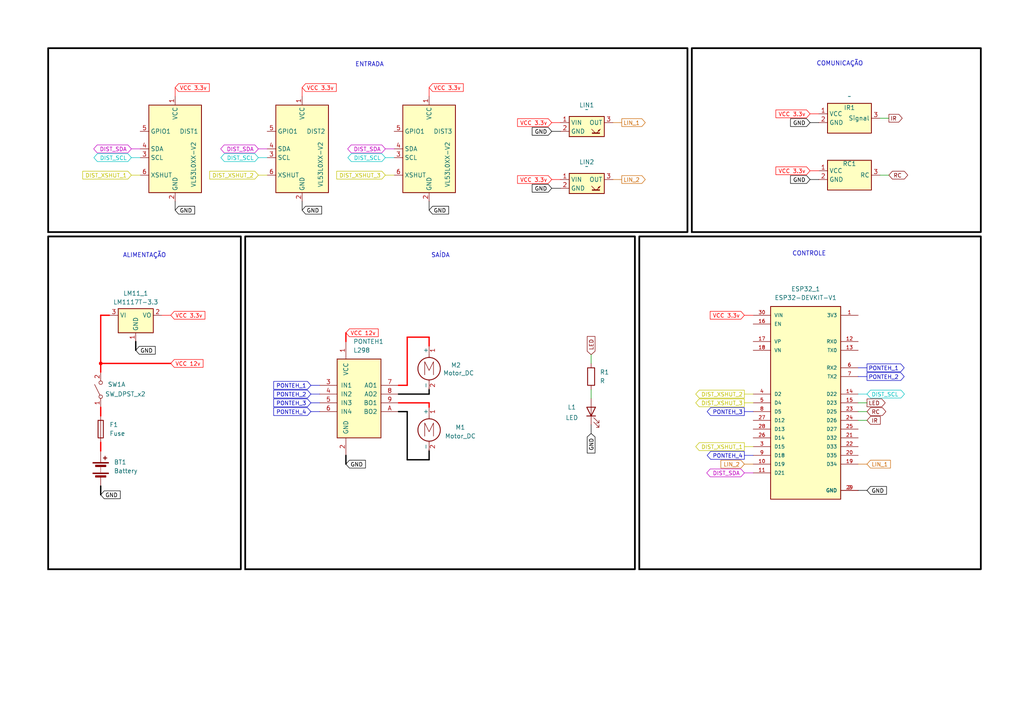
<source format=kicad_sch>
(kicad_sch
	(version 20250114)
	(generator "eeschema")
	(generator_version "9.0")
	(uuid "de25ad62-001f-4180-a8ff-75b326f3a49d")
	(paper "A4")
	(lib_symbols
		(symbol "Biblioteca_Esquematicos:VL53L1CXV0FY1"
			(exclude_from_sim no)
			(in_bom yes)
			(on_board yes)
			(property "Reference" "DIST"
				(at 4.572 5.334 0)
				(effects
					(font
						(size 1.27 1.27)
					)
				)
			)
			(property "Value" "VL53L0XX-V2"
				(at 4.572 -4.064 90)
				(effects
					(font
						(size 1.27 1.27)
					)
				)
			)
			(property "Footprint" "Biblioteca_Footprints:Vl53l0x_custom"
				(at 17.145 -13.97 0)
				(effects
					(font
						(size 1.27 1.27)
					)
					(hide yes)
				)
			)
			(property "Datasheet" "https://www.st.com/resource/en/datasheet/vl53l1x.pdf"
				(at 2.54 0 0)
				(effects
					(font
						(size 1.27 1.27)
					)
					(hide yes)
				)
			)
			(property "Description" "4m distance ranging ToF sensor, Optical LGA12"
				(at 0 0 0)
				(effects
					(font
						(size 1.27 1.27)
					)
					(hide yes)
				)
			)
			(property "ki_keywords" "VL53L1x ToF"
				(at 0 0 0)
				(effects
					(font
						(size 1.27 1.27)
					)
					(hide yes)
				)
			)
			(property "ki_fp_filters" "ST*VL53L1x*"
				(at 0 0 0)
				(effects
					(font
						(size 1.27 1.27)
					)
					(hide yes)
				)
			)
			(symbol "VL53L1CXV0FY1_0_1"
				(rectangle
					(start -7.62 12.7)
					(end 7.62 -12.7)
					(stroke
						(width 0.254)
						(type default)
					)
					(fill
						(type background)
					)
				)
			)
			(symbol "VL53L1CXV0FY1_1_1"
				(pin input line
					(at -10.16 5.08 0)
					(length 2.54)
					(name "GPIO1"
						(effects
							(font
								(size 1.27 1.27)
							)
						)
					)
					(number "5"
						(effects
							(font
								(size 1.27 1.27)
							)
						)
					)
				)
				(pin bidirectional line
					(at -10.16 0 0)
					(length 2.54)
					(name "SDA"
						(effects
							(font
								(size 1.27 1.27)
							)
						)
					)
					(number "4"
						(effects
							(font
								(size 1.27 1.27)
							)
						)
					)
				)
				(pin bidirectional line
					(at -10.16 -2.54 0)
					(length 2.54)
					(name "SCL"
						(effects
							(font
								(size 1.27 1.27)
							)
						)
					)
					(number "3"
						(effects
							(font
								(size 1.27 1.27)
							)
						)
					)
				)
				(pin input line
					(at -10.16 -7.62 0)
					(length 2.54)
					(name "XSHUT"
						(effects
							(font
								(size 1.27 1.27)
							)
						)
					)
					(number "6"
						(effects
							(font
								(size 1.27 1.27)
							)
						)
					)
				)
				(pin power_in line
					(at 0 15.24 270)
					(length 2.54)
					(name "VCC"
						(effects
							(font
								(size 1.27 1.27)
							)
						)
					)
					(number "1"
						(effects
							(font
								(size 1.27 1.27)
							)
						)
					)
				)
				(pin power_in line
					(at 0 -15.24 90)
					(length 2.54)
					(name "GND"
						(effects
							(font
								(size 1.27 1.27)
							)
						)
					)
					(number "2"
						(effects
							(font
								(size 1.27 1.27)
							)
						)
					)
				)
			)
			(embedded_fonts no)
		)
		(symbol "Device:Battery"
			(pin_numbers
				(hide yes)
			)
			(pin_names
				(offset 0)
				(hide yes)
			)
			(exclude_from_sim no)
			(in_bom yes)
			(on_board yes)
			(property "Reference" "BT"
				(at 2.54 2.54 0)
				(effects
					(font
						(size 1.27 1.27)
					)
					(justify left)
				)
			)
			(property "Value" "Battery"
				(at 2.54 0 0)
				(effects
					(font
						(size 1.27 1.27)
					)
					(justify left)
				)
			)
			(property "Footprint" ""
				(at 0 1.524 90)
				(effects
					(font
						(size 1.27 1.27)
					)
					(hide yes)
				)
			)
			(property "Datasheet" "~"
				(at 0 1.524 90)
				(effects
					(font
						(size 1.27 1.27)
					)
					(hide yes)
				)
			)
			(property "Description" "Multiple-cell battery"
				(at 0 0 0)
				(effects
					(font
						(size 1.27 1.27)
					)
					(hide yes)
				)
			)
			(property "ki_keywords" "batt voltage-source cell"
				(at 0 0 0)
				(effects
					(font
						(size 1.27 1.27)
					)
					(hide yes)
				)
			)
			(symbol "Battery_0_1"
				(rectangle
					(start -2.286 1.778)
					(end 2.286 1.524)
					(stroke
						(width 0)
						(type default)
					)
					(fill
						(type outline)
					)
				)
				(rectangle
					(start -2.286 -1.27)
					(end 2.286 -1.524)
					(stroke
						(width 0)
						(type default)
					)
					(fill
						(type outline)
					)
				)
				(rectangle
					(start -1.524 1.016)
					(end 1.524 0.508)
					(stroke
						(width 0)
						(type default)
					)
					(fill
						(type outline)
					)
				)
				(rectangle
					(start -1.524 -2.032)
					(end 1.524 -2.54)
					(stroke
						(width 0)
						(type default)
					)
					(fill
						(type outline)
					)
				)
				(polyline
					(pts
						(xy 0 1.778) (xy 0 2.54)
					)
					(stroke
						(width 0)
						(type default)
					)
					(fill
						(type none)
					)
				)
				(polyline
					(pts
						(xy 0 0) (xy 0 0.254)
					)
					(stroke
						(width 0)
						(type default)
					)
					(fill
						(type none)
					)
				)
				(polyline
					(pts
						(xy 0 -0.508) (xy 0 -0.254)
					)
					(stroke
						(width 0)
						(type default)
					)
					(fill
						(type none)
					)
				)
				(polyline
					(pts
						(xy 0 -1.016) (xy 0 -0.762)
					)
					(stroke
						(width 0)
						(type default)
					)
					(fill
						(type none)
					)
				)
				(polyline
					(pts
						(xy 0.762 3.048) (xy 1.778 3.048)
					)
					(stroke
						(width 0.254)
						(type default)
					)
					(fill
						(type none)
					)
				)
				(polyline
					(pts
						(xy 1.27 3.556) (xy 1.27 2.54)
					)
					(stroke
						(width 0.254)
						(type default)
					)
					(fill
						(type none)
					)
				)
			)
			(symbol "Battery_1_1"
				(pin passive line
					(at 0 5.08 270)
					(length 2.54)
					(name "+"
						(effects
							(font
								(size 1.27 1.27)
							)
						)
					)
					(number "1"
						(effects
							(font
								(size 1.27 1.27)
							)
						)
					)
				)
				(pin passive line
					(at 0 -5.08 90)
					(length 2.54)
					(name "-"
						(effects
							(font
								(size 1.27 1.27)
							)
						)
					)
					(number "2"
						(effects
							(font
								(size 1.27 1.27)
							)
						)
					)
				)
			)
			(embedded_fonts no)
		)
		(symbol "Device:Fuse"
			(pin_numbers
				(hide yes)
			)
			(pin_names
				(offset 0)
			)
			(exclude_from_sim no)
			(in_bom yes)
			(on_board yes)
			(property "Reference" "F"
				(at 2.032 0 90)
				(effects
					(font
						(size 1.27 1.27)
					)
				)
			)
			(property "Value" "Fuse"
				(at -1.905 0 90)
				(effects
					(font
						(size 1.27 1.27)
					)
				)
			)
			(property "Footprint" ""
				(at -1.778 0 90)
				(effects
					(font
						(size 1.27 1.27)
					)
					(hide yes)
				)
			)
			(property "Datasheet" "~"
				(at 0 0 0)
				(effects
					(font
						(size 1.27 1.27)
					)
					(hide yes)
				)
			)
			(property "Description" "Fuse"
				(at 0 0 0)
				(effects
					(font
						(size 1.27 1.27)
					)
					(hide yes)
				)
			)
			(property "ki_keywords" "fuse"
				(at 0 0 0)
				(effects
					(font
						(size 1.27 1.27)
					)
					(hide yes)
				)
			)
			(property "ki_fp_filters" "*Fuse*"
				(at 0 0 0)
				(effects
					(font
						(size 1.27 1.27)
					)
					(hide yes)
				)
			)
			(symbol "Fuse_0_1"
				(rectangle
					(start -0.762 -2.54)
					(end 0.762 2.54)
					(stroke
						(width 0.254)
						(type default)
					)
					(fill
						(type none)
					)
				)
				(polyline
					(pts
						(xy 0 2.54) (xy 0 -2.54)
					)
					(stroke
						(width 0)
						(type default)
					)
					(fill
						(type none)
					)
				)
			)
			(symbol "Fuse_1_1"
				(pin passive line
					(at 0 3.81 270)
					(length 1.27)
					(name "~"
						(effects
							(font
								(size 1.27 1.27)
							)
						)
					)
					(number "1"
						(effects
							(font
								(size 1.27 1.27)
							)
						)
					)
				)
				(pin passive line
					(at 0 -3.81 90)
					(length 1.27)
					(name "~"
						(effects
							(font
								(size 1.27 1.27)
							)
						)
					)
					(number "2"
						(effects
							(font
								(size 1.27 1.27)
							)
						)
					)
				)
			)
			(embedded_fonts no)
		)
		(symbol "Device:LED"
			(pin_numbers
				(hide yes)
			)
			(pin_names
				(offset 1.016)
				(hide yes)
			)
			(exclude_from_sim no)
			(in_bom yes)
			(on_board yes)
			(property "Reference" "D"
				(at 0 2.54 0)
				(effects
					(font
						(size 1.27 1.27)
					)
				)
			)
			(property "Value" "LED"
				(at 0 -2.54 0)
				(effects
					(font
						(size 1.27 1.27)
					)
				)
			)
			(property "Footprint" ""
				(at 0 0 0)
				(effects
					(font
						(size 1.27 1.27)
					)
					(hide yes)
				)
			)
			(property "Datasheet" "~"
				(at 0 0 0)
				(effects
					(font
						(size 1.27 1.27)
					)
					(hide yes)
				)
			)
			(property "Description" "Light emitting diode"
				(at 0 0 0)
				(effects
					(font
						(size 1.27 1.27)
					)
					(hide yes)
				)
			)
			(property "Sim.Pins" "1=K 2=A"
				(at 0 0 0)
				(effects
					(font
						(size 1.27 1.27)
					)
					(hide yes)
				)
			)
			(property "ki_keywords" "LED diode"
				(at 0 0 0)
				(effects
					(font
						(size 1.27 1.27)
					)
					(hide yes)
				)
			)
			(property "ki_fp_filters" "LED* LED_SMD:* LED_THT:*"
				(at 0 0 0)
				(effects
					(font
						(size 1.27 1.27)
					)
					(hide yes)
				)
			)
			(symbol "LED_0_1"
				(polyline
					(pts
						(xy -3.048 -0.762) (xy -4.572 -2.286) (xy -3.81 -2.286) (xy -4.572 -2.286) (xy -4.572 -1.524)
					)
					(stroke
						(width 0)
						(type default)
					)
					(fill
						(type none)
					)
				)
				(polyline
					(pts
						(xy -1.778 -0.762) (xy -3.302 -2.286) (xy -2.54 -2.286) (xy -3.302 -2.286) (xy -3.302 -1.524)
					)
					(stroke
						(width 0)
						(type default)
					)
					(fill
						(type none)
					)
				)
				(polyline
					(pts
						(xy -1.27 0) (xy 1.27 0)
					)
					(stroke
						(width 0)
						(type default)
					)
					(fill
						(type none)
					)
				)
				(polyline
					(pts
						(xy -1.27 -1.27) (xy -1.27 1.27)
					)
					(stroke
						(width 0.254)
						(type default)
					)
					(fill
						(type none)
					)
				)
				(polyline
					(pts
						(xy 1.27 -1.27) (xy 1.27 1.27) (xy -1.27 0) (xy 1.27 -1.27)
					)
					(stroke
						(width 0.254)
						(type default)
					)
					(fill
						(type none)
					)
				)
			)
			(symbol "LED_1_1"
				(pin passive line
					(at -3.81 0 0)
					(length 2.54)
					(name "K"
						(effects
							(font
								(size 1.27 1.27)
							)
						)
					)
					(number "1"
						(effects
							(font
								(size 1.27 1.27)
							)
						)
					)
				)
				(pin passive line
					(at 3.81 0 180)
					(length 2.54)
					(name "A"
						(effects
							(font
								(size 1.27 1.27)
							)
						)
					)
					(number "2"
						(effects
							(font
								(size 1.27 1.27)
							)
						)
					)
				)
			)
			(embedded_fonts no)
		)
		(symbol "Device:R"
			(pin_numbers
				(hide yes)
			)
			(pin_names
				(offset 0)
			)
			(exclude_from_sim no)
			(in_bom yes)
			(on_board yes)
			(property "Reference" "R"
				(at 2.032 0 90)
				(effects
					(font
						(size 1.27 1.27)
					)
				)
			)
			(property "Value" "R"
				(at 0 0 90)
				(effects
					(font
						(size 1.27 1.27)
					)
				)
			)
			(property "Footprint" ""
				(at -1.778 0 90)
				(effects
					(font
						(size 1.27 1.27)
					)
					(hide yes)
				)
			)
			(property "Datasheet" "~"
				(at 0 0 0)
				(effects
					(font
						(size 1.27 1.27)
					)
					(hide yes)
				)
			)
			(property "Description" "Resistor"
				(at 0 0 0)
				(effects
					(font
						(size 1.27 1.27)
					)
					(hide yes)
				)
			)
			(property "ki_keywords" "R res resistor"
				(at 0 0 0)
				(effects
					(font
						(size 1.27 1.27)
					)
					(hide yes)
				)
			)
			(property "ki_fp_filters" "R_*"
				(at 0 0 0)
				(effects
					(font
						(size 1.27 1.27)
					)
					(hide yes)
				)
			)
			(symbol "R_0_1"
				(rectangle
					(start -1.016 -2.54)
					(end 1.016 2.54)
					(stroke
						(width 0.254)
						(type default)
					)
					(fill
						(type none)
					)
				)
			)
			(symbol "R_1_1"
				(pin passive line
					(at 0 3.81 270)
					(length 1.27)
					(name "~"
						(effects
							(font
								(size 1.27 1.27)
							)
						)
					)
					(number "1"
						(effects
							(font
								(size 1.27 1.27)
							)
						)
					)
				)
				(pin passive line
					(at 0 -3.81 90)
					(length 1.27)
					(name "~"
						(effects
							(font
								(size 1.27 1.27)
							)
						)
					)
					(number "2"
						(effects
							(font
								(size 1.27 1.27)
							)
						)
					)
				)
			)
			(embedded_fonts no)
		)
		(symbol "ESP32-DEVKIT-V1:ESP32-DEVKIT-V1"
			(pin_names
				(offset 1.016)
			)
			(exclude_from_sim no)
			(in_bom yes)
			(on_board yes)
			(property "Reference" "U"
				(at -10.16 30.48 0)
				(effects
					(font
						(size 1.27 1.27)
					)
					(justify left top)
				)
			)
			(property "Value" "ESP32-DEVKIT-V1"
				(at -10.16 -30.48 0)
				(effects
					(font
						(size 1.27 1.27)
					)
					(justify left bottom)
				)
			)
			(property "Footprint" "ESP32-DEVKIT-V1:MODULE_ESP32_DEVKIT_V1"
				(at 0 0 0)
				(effects
					(font
						(size 1.27 1.27)
					)
					(justify bottom)
					(hide yes)
				)
			)
			(property "Datasheet" ""
				(at 0 0 0)
				(effects
					(font
						(size 1.27 1.27)
					)
					(hide yes)
				)
			)
			(property "Description" ""
				(at 0 0 0)
				(effects
					(font
						(size 1.27 1.27)
					)
					(hide yes)
				)
			)
			(property "MF" "Do it"
				(at 0 0 0)
				(effects
					(font
						(size 1.27 1.27)
					)
					(justify bottom)
					(hide yes)
				)
			)
			(property "MAXIMUM_PACKAGE_HEIGHT" "6.8 mm"
				(at 0 0 0)
				(effects
					(font
						(size 1.27 1.27)
					)
					(justify bottom)
					(hide yes)
				)
			)
			(property "Package" "None"
				(at 0 0 0)
				(effects
					(font
						(size 1.27 1.27)
					)
					(justify bottom)
					(hide yes)
				)
			)
			(property "Price" "None"
				(at 0 0 0)
				(effects
					(font
						(size 1.27 1.27)
					)
					(justify bottom)
					(hide yes)
				)
			)
			(property "Check_prices" "https://www.snapeda.com/parts/ESP32-DEVKIT-V1/Do+it/view-part/?ref=eda"
				(at 0 0 0)
				(effects
					(font
						(size 1.27 1.27)
					)
					(justify bottom)
					(hide yes)
				)
			)
			(property "STANDARD" "Manufacturer Recommendations"
				(at 0 0 0)
				(effects
					(font
						(size 1.27 1.27)
					)
					(justify bottom)
					(hide yes)
				)
			)
			(property "PARTREV" "N/A"
				(at 0 0 0)
				(effects
					(font
						(size 1.27 1.27)
					)
					(justify bottom)
					(hide yes)
				)
			)
			(property "SnapEDA_Link" "https://www.snapeda.com/parts/ESP32-DEVKIT-V1/Do+it/view-part/?ref=snap"
				(at 0 0 0)
				(effects
					(font
						(size 1.27 1.27)
					)
					(justify bottom)
					(hide yes)
				)
			)
			(property "MP" "ESP32-DEVKIT-V1"
				(at 0 0 0)
				(effects
					(font
						(size 1.27 1.27)
					)
					(justify bottom)
					(hide yes)
				)
			)
			(property "Description_1" "Dual core, Wi-Fi: 2.4 GHz up to 150 Mbits/s,BLE (Bluetooth Low Energy) and legacy Bluetooth, 32 bits, Up to 240 MHz"
				(at 0 0 0)
				(effects
					(font
						(size 1.27 1.27)
					)
					(justify bottom)
					(hide yes)
				)
			)
			(property "Availability" "Not in stock"
				(at 0 0 0)
				(effects
					(font
						(size 1.27 1.27)
					)
					(justify bottom)
					(hide yes)
				)
			)
			(property "MANUFACTURER" "DOIT"
				(at 0 0 0)
				(effects
					(font
						(size 1.27 1.27)
					)
					(justify bottom)
					(hide yes)
				)
			)
			(symbol "ESP32-DEVKIT-V1_0_0"
				(rectangle
					(start -10.16 -27.94)
					(end 10.16 27.94)
					(stroke
						(width 0.254)
						(type default)
					)
					(fill
						(type background)
					)
				)
				(pin input line
					(at -15.24 25.4 0)
					(length 5.08)
					(name "VIN"
						(effects
							(font
								(size 1.016 1.016)
							)
						)
					)
					(number "30"
						(effects
							(font
								(size 1.016 1.016)
							)
						)
					)
				)
				(pin input line
					(at -15.24 22.86 0)
					(length 5.08)
					(name "EN"
						(effects
							(font
								(size 1.016 1.016)
							)
						)
					)
					(number "16"
						(effects
							(font
								(size 1.016 1.016)
							)
						)
					)
				)
				(pin bidirectional line
					(at -15.24 17.78 0)
					(length 5.08)
					(name "VP"
						(effects
							(font
								(size 1.016 1.016)
							)
						)
					)
					(number "17"
						(effects
							(font
								(size 1.016 1.016)
							)
						)
					)
				)
				(pin bidirectional line
					(at -15.24 15.24 0)
					(length 5.08)
					(name "VN"
						(effects
							(font
								(size 1.016 1.016)
							)
						)
					)
					(number "18"
						(effects
							(font
								(size 1.016 1.016)
							)
						)
					)
				)
				(pin bidirectional line
					(at -15.24 2.54 0)
					(length 5.08)
					(name "D2"
						(effects
							(font
								(size 1.016 1.016)
							)
						)
					)
					(number "4"
						(effects
							(font
								(size 1.016 1.016)
							)
						)
					)
				)
				(pin bidirectional line
					(at -15.24 0 0)
					(length 5.08)
					(name "D4"
						(effects
							(font
								(size 1.016 1.016)
							)
						)
					)
					(number "5"
						(effects
							(font
								(size 1.016 1.016)
							)
						)
					)
				)
				(pin bidirectional line
					(at -15.24 -2.54 0)
					(length 5.08)
					(name "D5"
						(effects
							(font
								(size 1.016 1.016)
							)
						)
					)
					(number "8"
						(effects
							(font
								(size 1.016 1.016)
							)
						)
					)
				)
				(pin bidirectional line
					(at -15.24 -5.08 0)
					(length 5.08)
					(name "D12"
						(effects
							(font
								(size 1.016 1.016)
							)
						)
					)
					(number "27"
						(effects
							(font
								(size 1.016 1.016)
							)
						)
					)
				)
				(pin bidirectional line
					(at -15.24 -7.62 0)
					(length 5.08)
					(name "D13"
						(effects
							(font
								(size 1.016 1.016)
							)
						)
					)
					(number "28"
						(effects
							(font
								(size 1.016 1.016)
							)
						)
					)
				)
				(pin bidirectional line
					(at -15.24 -10.16 0)
					(length 5.08)
					(name "D14"
						(effects
							(font
								(size 1.016 1.016)
							)
						)
					)
					(number "26"
						(effects
							(font
								(size 1.016 1.016)
							)
						)
					)
				)
				(pin bidirectional line
					(at -15.24 -12.7 0)
					(length 5.08)
					(name "D15"
						(effects
							(font
								(size 1.016 1.016)
							)
						)
					)
					(number "3"
						(effects
							(font
								(size 1.016 1.016)
							)
						)
					)
				)
				(pin bidirectional line
					(at -15.24 -15.24 0)
					(length 5.08)
					(name "D18"
						(effects
							(font
								(size 1.016 1.016)
							)
						)
					)
					(number "9"
						(effects
							(font
								(size 1.016 1.016)
							)
						)
					)
				)
				(pin bidirectional line
					(at -15.24 -17.78 0)
					(length 5.08)
					(name "D19"
						(effects
							(font
								(size 1.016 1.016)
							)
						)
					)
					(number "10"
						(effects
							(font
								(size 1.016 1.016)
							)
						)
					)
				)
				(pin bidirectional line
					(at -15.24 -20.32 0)
					(length 5.08)
					(name "D21"
						(effects
							(font
								(size 1.016 1.016)
							)
						)
					)
					(number "11"
						(effects
							(font
								(size 1.016 1.016)
							)
						)
					)
				)
				(pin output line
					(at 15.24 25.4 180)
					(length 5.08)
					(name "3V3"
						(effects
							(font
								(size 1.016 1.016)
							)
						)
					)
					(number "1"
						(effects
							(font
								(size 1.016 1.016)
							)
						)
					)
				)
				(pin input line
					(at 15.24 17.78 180)
					(length 5.08)
					(name "RX0"
						(effects
							(font
								(size 1.016 1.016)
							)
						)
					)
					(number "12"
						(effects
							(font
								(size 1.016 1.016)
							)
						)
					)
				)
				(pin output line
					(at 15.24 15.24 180)
					(length 5.08)
					(name "TX0"
						(effects
							(font
								(size 1.016 1.016)
							)
						)
					)
					(number "13"
						(effects
							(font
								(size 1.016 1.016)
							)
						)
					)
				)
				(pin input line
					(at 15.24 10.16 180)
					(length 5.08)
					(name "RX2"
						(effects
							(font
								(size 1.016 1.016)
							)
						)
					)
					(number "6"
						(effects
							(font
								(size 1.016 1.016)
							)
						)
					)
				)
				(pin output line
					(at 15.24 7.62 180)
					(length 5.08)
					(name "TX2"
						(effects
							(font
								(size 1.016 1.016)
							)
						)
					)
					(number "7"
						(effects
							(font
								(size 1.016 1.016)
							)
						)
					)
				)
				(pin bidirectional line
					(at 15.24 2.54 180)
					(length 5.08)
					(name "D22"
						(effects
							(font
								(size 1.016 1.016)
							)
						)
					)
					(number "14"
						(effects
							(font
								(size 1.016 1.016)
							)
						)
					)
				)
				(pin bidirectional line
					(at 15.24 0 180)
					(length 5.08)
					(name "D23"
						(effects
							(font
								(size 1.016 1.016)
							)
						)
					)
					(number "15"
						(effects
							(font
								(size 1.016 1.016)
							)
						)
					)
				)
				(pin bidirectional line
					(at 15.24 -2.54 180)
					(length 5.08)
					(name "D25"
						(effects
							(font
								(size 1.016 1.016)
							)
						)
					)
					(number "23"
						(effects
							(font
								(size 1.016 1.016)
							)
						)
					)
				)
				(pin bidirectional line
					(at 15.24 -5.08 180)
					(length 5.08)
					(name "D26"
						(effects
							(font
								(size 1.016 1.016)
							)
						)
					)
					(number "24"
						(effects
							(font
								(size 1.016 1.016)
							)
						)
					)
				)
				(pin bidirectional line
					(at 15.24 -7.62 180)
					(length 5.08)
					(name "D27"
						(effects
							(font
								(size 1.016 1.016)
							)
						)
					)
					(number "25"
						(effects
							(font
								(size 1.016 1.016)
							)
						)
					)
				)
				(pin bidirectional line
					(at 15.24 -10.16 180)
					(length 5.08)
					(name "D32"
						(effects
							(font
								(size 1.016 1.016)
							)
						)
					)
					(number "21"
						(effects
							(font
								(size 1.016 1.016)
							)
						)
					)
				)
				(pin bidirectional line
					(at 15.24 -12.7 180)
					(length 5.08)
					(name "D33"
						(effects
							(font
								(size 1.016 1.016)
							)
						)
					)
					(number "22"
						(effects
							(font
								(size 1.016 1.016)
							)
						)
					)
				)
				(pin bidirectional line
					(at 15.24 -15.24 180)
					(length 5.08)
					(name "D35"
						(effects
							(font
								(size 1.016 1.016)
							)
						)
					)
					(number "20"
						(effects
							(font
								(size 1.016 1.016)
							)
						)
					)
				)
				(pin bidirectional line
					(at 15.24 -17.78 180)
					(length 5.08)
					(name "D34"
						(effects
							(font
								(size 1.016 1.016)
							)
						)
					)
					(number "19"
						(effects
							(font
								(size 1.016 1.016)
							)
						)
					)
				)
				(pin power_in line
					(at 15.24 -25.4 180)
					(length 5.08)
					(name "GND"
						(effects
							(font
								(size 1.016 1.016)
							)
						)
					)
					(number "2"
						(effects
							(font
								(size 1.016 1.016)
							)
						)
					)
				)
				(pin power_in line
					(at 15.24 -25.4 180)
					(length 5.08)
					(name "GND"
						(effects
							(font
								(size 1.016 1.016)
							)
						)
					)
					(number "29"
						(effects
							(font
								(size 1.016 1.016)
							)
						)
					)
				)
			)
			(embedded_fonts no)
		)
		(symbol "KY-022_custom_1"
			(exclude_from_sim no)
			(in_bom yes)
			(on_board yes)
			(property "Reference" "IR"
				(at 0 2.794 0)
				(effects
					(font
						(size 1.27 1.27)
					)
				)
			)
			(property "Value" ""
				(at 0 0 0)
				(effects
					(font
						(size 1.27 1.27)
					)
				)
			)
			(property "Footprint" ""
				(at 0 0 0)
				(effects
					(font
						(size 1.27 1.27)
					)
					(hide yes)
				)
			)
			(property "Datasheet" ""
				(at 0 0 0)
				(effects
					(font
						(size 1.27 1.27)
					)
					(hide yes)
				)
			)
			(property "Description" ""
				(at 0 0 0)
				(effects
					(font
						(size 1.27 1.27)
					)
					(hide yes)
				)
			)
			(symbol "KY-022_custom_1_0_1"
				(rectangle
					(start -6.35 4.318)
					(end 6.35 -4.318)
					(stroke
						(width 0.254)
						(type default)
					)
					(fill
						(type color)
						(color 255 255 194 1)
					)
				)
			)
			(symbol "KY-022_custom_1_1_1"
				(pin power_in line
					(at -8.89 1.27 0)
					(length 2.54)
					(name "VCC"
						(effects
							(font
								(size 1.27 1.27)
							)
						)
					)
					(number "1"
						(effects
							(font
								(size 1.27 1.27)
							)
						)
					)
				)
				(pin power_in line
					(at -8.89 -1.27 0)
					(length 2.54)
					(name "GND"
						(effects
							(font
								(size 1.27 1.27)
							)
						)
					)
					(number "2"
						(effects
							(font
								(size 1.27 1.27)
							)
						)
					)
				)
				(pin output line
					(at 8.89 0 180)
					(length 2.54)
					(name "Signal"
						(effects
							(font
								(size 1.27 1.27)
							)
						)
					)
					(number "3"
						(effects
							(font
								(size 1.27 1.27)
							)
						)
					)
				)
			)
			(embedded_fonts no)
		)
		(symbol "L298_custom_1"
			(pin_names
				(offset 1.016)
			)
			(exclude_from_sim no)
			(in_bom yes)
			(on_board yes)
			(property "Reference" "PONTEH"
				(at -1.016 16.002 0)
				(effects
					(font
						(size 1.27 1.27)
					)
					(justify left)
				)
			)
			(property "Value" "L298"
				(at -0.762 13.208 0)
				(effects
					(font
						(size 1.27 1.27)
					)
					(justify left)
				)
			)
			(property "Footprint" "Package_SO:SSOP-24_5.3x8.2mm_P0.65mm"
				(at 33.02 -22.86 0)
				(effects
					(font
						(size 1.27 1.27)
					)
					(hide yes)
				)
			)
			(property "Datasheet" "https://toshiba.semicon-storage.com/us/product/linear/motordriver/detail.TB6612FNG.html"
				(at 11.43 15.24 0)
				(effects
					(font
						(size 1.27 1.27)
					)
					(hide yes)
				)
			)
			(property "Description" "Driver IC for Dual DC motor, SSOP-24"
				(at 0 0 0)
				(effects
					(font
						(size 1.27 1.27)
					)
					(hide yes)
				)
			)
			(property "ki_keywords" "H-bridge motor driver"
				(at 0 0 0)
				(effects
					(font
						(size 1.27 1.27)
					)
					(hide yes)
				)
			)
			(property "ki_fp_filters" "SSOP-24*5.3x8.2mm*P0.65mm*"
				(at 0 0 0)
				(effects
					(font
						(size 1.27 1.27)
					)
					(hide yes)
				)
			)
			(symbol "L298_custom_1_1_1"
				(rectangle
					(start -6.35 11.43)
					(end 6.35 -11.43)
					(stroke
						(width 0.254)
						(type solid)
					)
					(fill
						(type background)
					)
				)
				(pin input line
					(at -11.43 3.81 0)
					(length 5.08)
					(name "IN1"
						(effects
							(font
								(size 1.27 1.27)
							)
						)
					)
					(number "3"
						(effects
							(font
								(size 1.27 1.27)
							)
						)
					)
				)
				(pin input line
					(at -11.43 1.27 0)
					(length 5.08)
					(name "IN2"
						(effects
							(font
								(size 1.27 1.27)
							)
						)
					)
					(number "4"
						(effects
							(font
								(size 1.27 1.27)
							)
						)
					)
				)
				(pin input line
					(at -11.43 -1.27 0)
					(length 5.08)
					(name "IN3"
						(effects
							(font
								(size 1.27 1.27)
							)
						)
					)
					(number "5"
						(effects
							(font
								(size 1.27 1.27)
							)
						)
					)
				)
				(pin input line
					(at -11.43 -3.81 0)
					(length 5.08)
					(name "IN4"
						(effects
							(font
								(size 1.27 1.27)
							)
						)
					)
					(number "6"
						(effects
							(font
								(size 1.27 1.27)
							)
						)
					)
				)
				(pin power_in line
					(at -3.81 16.51 270)
					(length 5.08)
					(name "VCC"
						(effects
							(font
								(size 1.27 1.27)
							)
						)
					)
					(number "1"
						(effects
							(font
								(size 1.27 1.27)
							)
						)
					)
				)
				(pin power_in line
					(at -3.81 -16.51 90)
					(length 5.08)
					(name "GND"
						(effects
							(font
								(size 1.27 1.27)
							)
						)
					)
					(number "2"
						(effects
							(font
								(size 1.27 1.27)
							)
						)
					)
				)
				(pin power_out line
					(at 11.43 3.81 180)
					(length 5.08)
					(name "AO1"
						(effects
							(font
								(size 1.27 1.27)
							)
						)
					)
					(number "7"
						(effects
							(font
								(size 1.27 1.27)
							)
						)
					)
				)
				(pin power_out line
					(at 11.43 1.27 180)
					(length 5.08)
					(name "AO2"
						(effects
							(font
								(size 1.27 1.27)
							)
						)
					)
					(number "8"
						(effects
							(font
								(size 1.27 1.27)
							)
						)
					)
				)
				(pin power_out line
					(at 11.43 -1.27 180)
					(length 5.08)
					(name "BO1"
						(effects
							(font
								(size 1.27 1.27)
							)
						)
					)
					(number "9"
						(effects
							(font
								(size 1.27 1.27)
							)
						)
					)
				)
				(pin power_out line
					(at 11.43 -3.81 180)
					(length 5.08)
					(name "BO2"
						(effects
							(font
								(size 1.27 1.27)
							)
						)
					)
					(number "A"
						(effects
							(font
								(size 1.27 1.27)
							)
						)
					)
				)
			)
			(embedded_fonts no)
		)
		(symbol "Motor:Motor_DC"
			(pin_names
				(offset 0)
			)
			(exclude_from_sim no)
			(in_bom yes)
			(on_board yes)
			(property "Reference" "M"
				(at 2.54 2.54 0)
				(effects
					(font
						(size 1.27 1.27)
					)
					(justify left)
				)
			)
			(property "Value" "Motor_DC"
				(at 2.54 -5.08 0)
				(effects
					(font
						(size 1.27 1.27)
					)
					(justify left top)
				)
			)
			(property "Footprint" ""
				(at 0 -2.286 0)
				(effects
					(font
						(size 1.27 1.27)
					)
					(hide yes)
				)
			)
			(property "Datasheet" "~"
				(at 0 -2.286 0)
				(effects
					(font
						(size 1.27 1.27)
					)
					(hide yes)
				)
			)
			(property "Description" "DC Motor"
				(at 0 0 0)
				(effects
					(font
						(size 1.27 1.27)
					)
					(hide yes)
				)
			)
			(property "ki_keywords" "DC Motor"
				(at 0 0 0)
				(effects
					(font
						(size 1.27 1.27)
					)
					(hide yes)
				)
			)
			(property "ki_fp_filters" "PinHeader*P2.54mm* TerminalBlock*"
				(at 0 0 0)
				(effects
					(font
						(size 1.27 1.27)
					)
					(hide yes)
				)
			)
			(symbol "Motor_DC_0_0"
				(polyline
					(pts
						(xy -1.27 -3.302) (xy -1.27 0.508) (xy 0 -2.032) (xy 1.27 0.508) (xy 1.27 -3.302)
					)
					(stroke
						(width 0)
						(type default)
					)
					(fill
						(type none)
					)
				)
			)
			(symbol "Motor_DC_0_1"
				(polyline
					(pts
						(xy 0 2.032) (xy 0 2.54)
					)
					(stroke
						(width 0)
						(type default)
					)
					(fill
						(type none)
					)
				)
				(polyline
					(pts
						(xy 0 1.7272) (xy 0 2.0828)
					)
					(stroke
						(width 0)
						(type default)
					)
					(fill
						(type none)
					)
				)
				(circle
					(center 0 -1.524)
					(radius 3.2512)
					(stroke
						(width 0.254)
						(type default)
					)
					(fill
						(type none)
					)
				)
				(polyline
					(pts
						(xy 0 -4.7752) (xy 0 -5.1816)
					)
					(stroke
						(width 0)
						(type default)
					)
					(fill
						(type none)
					)
				)
				(polyline
					(pts
						(xy 0 -7.62) (xy 0 -7.112)
					)
					(stroke
						(width 0)
						(type default)
					)
					(fill
						(type none)
					)
				)
			)
			(symbol "Motor_DC_1_1"
				(pin passive line
					(at 0 5.08 270)
					(length 2.54)
					(name "+"
						(effects
							(font
								(size 1.27 1.27)
							)
						)
					)
					(number "1"
						(effects
							(font
								(size 1.27 1.27)
							)
						)
					)
				)
				(pin passive line
					(at 0 -7.62 90)
					(length 2.54)
					(name "-"
						(effects
							(font
								(size 1.27 1.27)
							)
						)
					)
					(number "2"
						(effects
							(font
								(size 1.27 1.27)
							)
						)
					)
				)
			)
			(embedded_fonts no)
		)
		(symbol "QRE1113_custom_1"
			(exclude_from_sim no)
			(in_bom yes)
			(on_board yes)
			(property "Reference" "LIN"
				(at 0 4.318 0)
				(effects
					(font
						(size 1.27 1.27)
					)
				)
			)
			(property "Value" ""
				(at 0 0 0)
				(effects
					(font
						(size 1.27 1.27)
					)
				)
			)
			(property "Footprint" ""
				(at 0 0 0)
				(effects
					(font
						(size 1.27 1.27)
					)
					(hide yes)
				)
			)
			(property "Datasheet" ""
				(at 0 0 0)
				(effects
					(font
						(size 1.27 1.27)
					)
					(hide yes)
				)
			)
			(property "Description" ""
				(at 0 0 0)
				(effects
					(font
						(size 1.27 1.27)
					)
					(hide yes)
				)
			)
			(symbol "QRE1113_custom_1_0_1"
				(polyline
					(pts
						(xy -5.08 -2.794) (xy 5.08 -2.794) (xy 5.08 3.048) (xy -5.08 3.048) (xy -5.08 -2.794)
					)
					(stroke
						(width 0.254)
						(type default)
					)
					(fill
						(type background)
					)
				)
				(polyline
					(pts
						(xy 1.651 -1.778) (xy 3.683 -1.778) (xy 3.683 -1.778)
					)
					(stroke
						(width 0.3556)
						(type default)
					)
					(fill
						(type none)
					)
				)
				(polyline
					(pts
						(xy 2.54 -1.778) (xy 1.397 -0.635)
					)
					(stroke
						(width 0)
						(type default)
					)
					(fill
						(type none)
					)
				)
				(polyline
					(pts
						(xy 2.794 -1.778) (xy 3.937 -0.635)
					)
					(stroke
						(width 0)
						(type default)
					)
					(fill
						(type none)
					)
				)
				(polyline
					(pts
						(xy 3.81 -0.762) (xy 3.302 -1.016) (xy 3.556 -1.27) (xy 3.81 -0.762)
					)
					(stroke
						(width 0)
						(type default)
					)
					(fill
						(type none)
					)
				)
			)
			(symbol "QRE1113_custom_1_1_1"
				(pin power_in line
					(at -7.62 1.27 0)
					(length 2.54)
					(name "VIN"
						(effects
							(font
								(size 1.27 1.27)
							)
						)
					)
					(number "1"
						(effects
							(font
								(size 1.27 1.27)
							)
						)
					)
				)
				(pin power_in line
					(at -7.62 -1.27 0)
					(length 2.54)
					(name "GND"
						(effects
							(font
								(size 1.27 1.27)
							)
						)
					)
					(number "2"
						(effects
							(font
								(size 1.27 1.27)
							)
						)
					)
				)
				(pin output line
					(at 7.62 1.27 180)
					(length 2.54)
					(name "OUT"
						(effects
							(font
								(size 1.27 1.27)
							)
						)
					)
					(number "3"
						(effects
							(font
								(size 1.27 1.27)
							)
						)
					)
				)
			)
			(embedded_fonts no)
		)
		(symbol "RC_SUMO_1"
			(exclude_from_sim no)
			(in_bom yes)
			(on_board yes)
			(property "Reference" "RC"
				(at 0 3.048 0)
				(effects
					(font
						(size 1.27 1.27)
					)
				)
			)
			(property "Value" ""
				(at 0 0 0)
				(effects
					(font
						(size 1.27 1.27)
					)
					(hide yes)
				)
			)
			(property "Footprint" ""
				(at 0 0 0)
				(effects
					(font
						(size 1.27 1.27)
					)
					(hide yes)
				)
			)
			(property "Datasheet" ""
				(at 0 0 0)
				(effects
					(font
						(size 1.27 1.27)
					)
					(hide yes)
				)
			)
			(property "Description" ""
				(at 0 0 0)
				(effects
					(font
						(size 1.27 1.27)
					)
					(hide yes)
				)
			)
			(symbol "RC_SUMO_1_0_1"
				(rectangle
					(start -6.35 4.318)
					(end 6.35 -4.318)
					(stroke
						(width 0.254)
						(type default)
					)
					(fill
						(type color)
						(color 255 255 194 1)
					)
				)
			)
			(symbol "RC_SUMO_1_1_1"
				(pin power_in line
					(at -8.89 1.27 0)
					(length 2.54)
					(name "VCC"
						(effects
							(font
								(size 1.27 1.27)
							)
						)
					)
					(number "1"
						(effects
							(font
								(size 1.27 1.27)
							)
						)
					)
				)
				(pin power_in line
					(at -8.89 -1.27 0)
					(length 2.54)
					(name "GND"
						(effects
							(font
								(size 1.27 1.27)
							)
						)
					)
					(number "2"
						(effects
							(font
								(size 1.27 1.27)
							)
						)
					)
				)
				(pin bidirectional line
					(at 8.89 0 180)
					(length 2.54)
					(name "RC"
						(effects
							(font
								(size 1.27 1.27)
							)
						)
					)
					(number "3"
						(effects
							(font
								(size 1.27 1.27)
							)
						)
					)
				)
			)
			(embedded_fonts no)
		)
		(symbol "Regulator_Linear:LM1117T-3.3"
			(exclude_from_sim no)
			(in_bom yes)
			(on_board yes)
			(property "Reference" "U"
				(at -3.81 3.175 0)
				(effects
					(font
						(size 1.27 1.27)
					)
				)
			)
			(property "Value" "LM1117T-3.3"
				(at 0 3.175 0)
				(effects
					(font
						(size 1.27 1.27)
					)
					(justify left)
				)
			)
			(property "Footprint" "Package_TO_SOT_THT:TO-220-3_Horizontal_TabDown"
				(at 0 0 0)
				(effects
					(font
						(size 1.27 1.27)
					)
					(hide yes)
				)
			)
			(property "Datasheet" "http://www.ti.com/lit/ds/symlink/lm1117.pdf"
				(at 0 0 0)
				(effects
					(font
						(size 1.27 1.27)
					)
					(hide yes)
				)
			)
			(property "Description" "800mA Low-Dropout Linear Regulator, 3.3V fixed output, TO-220"
				(at 0 0 0)
				(effects
					(font
						(size 1.27 1.27)
					)
					(hide yes)
				)
			)
			(property "ki_keywords" "linear regulator ldo fixed positive"
				(at 0 0 0)
				(effects
					(font
						(size 1.27 1.27)
					)
					(hide yes)
				)
			)
			(property "ki_fp_filters" "TO?220*"
				(at 0 0 0)
				(effects
					(font
						(size 1.27 1.27)
					)
					(hide yes)
				)
			)
			(symbol "LM1117T-3.3_0_1"
				(rectangle
					(start -5.08 -5.08)
					(end 5.08 1.905)
					(stroke
						(width 0.254)
						(type default)
					)
					(fill
						(type background)
					)
				)
			)
			(symbol "LM1117T-3.3_1_1"
				(pin power_in line
					(at -7.62 0 0)
					(length 2.54)
					(name "VI"
						(effects
							(font
								(size 1.27 1.27)
							)
						)
					)
					(number "3"
						(effects
							(font
								(size 1.27 1.27)
							)
						)
					)
				)
				(pin power_in line
					(at 0 -7.62 90)
					(length 2.54)
					(name "GND"
						(effects
							(font
								(size 1.27 1.27)
							)
						)
					)
					(number "1"
						(effects
							(font
								(size 1.27 1.27)
							)
						)
					)
				)
				(pin power_out line
					(at 7.62 0 180)
					(length 2.54)
					(name "VO"
						(effects
							(font
								(size 1.27 1.27)
							)
						)
					)
					(number "2"
						(effects
							(font
								(size 1.27 1.27)
							)
						)
					)
				)
			)
			(embedded_fonts no)
		)
		(symbol "Switch:SW_DPST_x2"
			(pin_names
				(offset 0)
				(hide yes)
			)
			(exclude_from_sim no)
			(in_bom yes)
			(on_board yes)
			(property "Reference" "SW"
				(at 0 3.175 0)
				(effects
					(font
						(size 1.27 1.27)
					)
				)
			)
			(property "Value" "SW_DPST_x2"
				(at 0 -2.54 0)
				(effects
					(font
						(size 1.27 1.27)
					)
				)
			)
			(property "Footprint" ""
				(at 0 0 0)
				(effects
					(font
						(size 1.27 1.27)
					)
					(hide yes)
				)
			)
			(property "Datasheet" "~"
				(at 0 0 0)
				(effects
					(font
						(size 1.27 1.27)
					)
					(hide yes)
				)
			)
			(property "Description" "Single Pole Single Throw (SPST) switch, separate symbol"
				(at 0 0 0)
				(effects
					(font
						(size 1.27 1.27)
					)
					(hide yes)
				)
			)
			(property "ki_keywords" "switch lever"
				(at 0 0 0)
				(effects
					(font
						(size 1.27 1.27)
					)
					(hide yes)
				)
			)
			(symbol "SW_DPST_x2_0_0"
				(circle
					(center -2.032 0)
					(radius 0.508)
					(stroke
						(width 0)
						(type default)
					)
					(fill
						(type none)
					)
				)
				(polyline
					(pts
						(xy -1.524 0.254) (xy 1.524 1.778)
					)
					(stroke
						(width 0)
						(type default)
					)
					(fill
						(type none)
					)
				)
				(circle
					(center 2.032 0)
					(radius 0.508)
					(stroke
						(width 0)
						(type default)
					)
					(fill
						(type none)
					)
				)
			)
			(symbol "SW_DPST_x2_1_1"
				(pin passive line
					(at -5.08 0 0)
					(length 2.54)
					(name "A"
						(effects
							(font
								(size 1.27 1.27)
							)
						)
					)
					(number "1"
						(effects
							(font
								(size 1.27 1.27)
							)
						)
					)
				)
				(pin passive line
					(at 5.08 0 180)
					(length 2.54)
					(name "B"
						(effects
							(font
								(size 1.27 1.27)
							)
						)
					)
					(number "2"
						(effects
							(font
								(size 1.27 1.27)
							)
						)
					)
				)
			)
			(symbol "SW_DPST_x2_2_1"
				(pin passive line
					(at -5.08 0 0)
					(length 2.54)
					(name "A"
						(effects
							(font
								(size 1.27 1.27)
							)
						)
					)
					(number "3"
						(effects
							(font
								(size 1.27 1.27)
							)
						)
					)
				)
				(pin passive line
					(at 5.08 0 180)
					(length 2.54)
					(name "B"
						(effects
							(font
								(size 1.27 1.27)
							)
						)
					)
					(number "4"
						(effects
							(font
								(size 1.27 1.27)
							)
						)
					)
				)
			)
			(embedded_fonts no)
		)
	)
	(text "CONTROLE"
		(exclude_from_sim no)
		(at 234.696 73.66 0)
		(effects
			(font
				(size 1.27 1.27)
			)
		)
		(uuid "26b84ff7-1215-4da5-b804-e6ce59c46b18")
	)
	(text "SAÍDA"
		(exclude_from_sim no)
		(at 127.762 74.168 0)
		(effects
			(font
				(size 1.27 1.27)
			)
		)
		(uuid "8fd6f13d-7447-4c9a-9281-3c843d2d4151")
	)
	(text "ENTRADA"
		(exclude_from_sim no)
		(at 107.188 18.796 0)
		(effects
			(font
				(size 1.27 1.27)
			)
		)
		(uuid "916ca06a-12aa-4b6d-bdf0-5e68edad0283")
	)
	(text "ALIMENTAÇÃO"
		(exclude_from_sim no)
		(at 41.91 74.168 0)
		(effects
			(font
				(size 1.27 1.27)
			)
		)
		(uuid "dff270d1-f672-4f59-a858-5f04f1898bc4")
	)
	(text "COMUNICAÇÃO"
		(exclude_from_sim no)
		(at 243.586 18.542 0)
		(effects
			(font
				(size 1.27 1.27)
			)
		)
		(uuid "f174494e-daeb-44d0-9cf2-8ff5104529ce")
	)
	(junction
		(at 29.21 105.41)
		(diameter 0)
		(color 255 0 0 1)
		(uuid "eefa8d04-dc6e-477f-b5cb-b23d97a02a52")
	)
	(wire
		(pts
			(xy 118.11 119.38) (xy 115.57 119.38)
		)
		(stroke
			(width 0.381)
			(type default)
			(color 0 0 0 1)
		)
		(uuid "00069905-d772-470a-92f9-7a7dedbdfba7")
	)
	(wire
		(pts
			(xy 248.92 106.68) (xy 251.46 106.68)
		)
		(stroke
			(width 0)
			(type default)
			(color 0 0 194 1)
		)
		(uuid "06ec53c0-e3db-48db-994d-3148e86f26c4")
	)
	(wire
		(pts
			(xy 74.93 50.8) (xy 77.47 50.8)
		)
		(stroke
			(width 0)
			(type default)
			(color 194 194 0 1)
		)
		(uuid "08004817-2d62-4fad-aea2-c4c880c54269")
	)
	(wire
		(pts
			(xy 118.11 97.79) (xy 124.46 97.79)
		)
		(stroke
			(width 0.381)
			(type default)
			(color 255 0 0 1)
		)
		(uuid "0a1a0484-bc11-409a-a508-9e48bacbb61a")
	)
	(wire
		(pts
			(xy 74.93 45.72) (xy 77.47 45.72)
		)
		(stroke
			(width 0)
			(type default)
			(color 0 194 194 1)
		)
		(uuid "0e68054b-4c59-4b73-8f1e-992cd6934921")
	)
	(wire
		(pts
			(xy 255.27 34.29) (xy 257.81 34.29)
		)
		(stroke
			(width 0)
			(type default)
		)
		(uuid "145dc42d-e686-42dd-be03-e9ec08d697d0")
	)
	(wire
		(pts
			(xy 160.02 35.56) (xy 162.56 35.56)
		)
		(stroke
			(width 0)
			(type default)
			(color 255 0 0 1)
		)
		(uuid "171f5a47-781f-4327-9921-e16f23f20efe")
	)
	(wire
		(pts
			(xy 29.21 105.41) (xy 29.21 107.95)
		)
		(stroke
			(width 0.381)
			(type default)
			(color 255 0 0 1)
		)
		(uuid "1814597d-3a0f-4d55-8f93-7772cb8cd6c7")
	)
	(wire
		(pts
			(xy 234.95 33.02) (xy 237.49 33.02)
		)
		(stroke
			(width 0)
			(type default)
			(color 255 0 0 1)
		)
		(uuid "1b4bb170-eaeb-4d54-8745-3f25aded833e")
	)
	(wire
		(pts
			(xy 218.44 116.84) (xy 215.9 116.84)
		)
		(stroke
			(width 0)
			(type default)
			(color 194 194 0 1)
		)
		(uuid "1c873993-32b4-4410-b714-2229feee30da")
	)
	(wire
		(pts
			(xy 124.46 118.11) (xy 124.46 116.84)
		)
		(stroke
			(width 0.381)
			(type default)
			(color 255 0 0 1)
		)
		(uuid "2413dae3-c353-4b57-b097-20e24f725e8c")
	)
	(wire
		(pts
			(xy 218.44 114.3) (xy 215.9 114.3)
		)
		(stroke
			(width 0)
			(type default)
			(color 194 194 0 1)
		)
		(uuid "270ffbfe-2f53-4e4c-8fa2-f9afb7d24d0a")
	)
	(wire
		(pts
			(xy 234.95 35.56) (xy 237.49 35.56)
		)
		(stroke
			(width 0)
			(type default)
			(color 0 0 0 1)
		)
		(uuid "27361309-d564-40a7-993e-fd0fdcb6c09d")
	)
	(wire
		(pts
			(xy 118.11 133.35) (xy 124.46 133.35)
		)
		(stroke
			(width 0.381)
			(type default)
			(color 0 0 0 1)
		)
		(uuid "2b6982f4-79d5-4d42-afb5-4b2c79093d60")
	)
	(wire
		(pts
			(xy 111.76 43.18) (xy 114.3 43.18)
		)
		(stroke
			(width 0)
			(type default)
			(color 194 0 194 1)
		)
		(uuid "3145dbc3-16ad-42d1-b5e7-d138fc0db1a0")
	)
	(wire
		(pts
			(xy 248.92 116.84) (xy 251.46 116.84)
		)
		(stroke
			(width 0)
			(type default)
		)
		(uuid "3b192ddf-30dc-4816-acea-f977c3bbb86e")
	)
	(wire
		(pts
			(xy 49.53 91.44) (xy 46.99 91.44)
		)
		(stroke
			(width 0)
			(type default)
			(color 255 0 0 1)
		)
		(uuid "3cf7893c-792a-4e7a-a1fe-52c88b969c07")
	)
	(wire
		(pts
			(xy 248.92 121.92) (xy 251.46 121.92)
		)
		(stroke
			(width 0)
			(type default)
		)
		(uuid "404be705-bc3c-4d96-93df-c49bbf90dac6")
	)
	(wire
		(pts
			(xy 38.1 45.72) (xy 40.64 45.72)
		)
		(stroke
			(width 0)
			(type default)
			(color 0 194 194 1)
		)
		(uuid "47de151e-209c-4e89-a886-94fc4496aa50")
	)
	(wire
		(pts
			(xy 215.9 91.44) (xy 218.44 91.44)
		)
		(stroke
			(width 0)
			(type default)
			(color 255 0 0 1)
		)
		(uuid "49703004-088d-48b8-ad1a-78e49f0745a6")
	)
	(wire
		(pts
			(xy 90.17 116.84) (xy 92.71 116.84)
		)
		(stroke
			(width 0)
			(type default)
			(color 0 0 194 1)
		)
		(uuid "4c39a194-ce02-447b-8081-925e0632da3d")
	)
	(wire
		(pts
			(xy 29.21 128.27) (xy 29.21 130.81)
		)
		(stroke
			(width 0.381)
			(type default)
			(color 255 0 0 1)
		)
		(uuid "51934301-cc24-4fb6-8388-421f85a83a4d")
	)
	(wire
		(pts
			(xy 118.11 111.76) (xy 115.57 111.76)
		)
		(stroke
			(width 0.381)
			(type default)
			(color 255 0 0 1)
		)
		(uuid "53648030-28df-46bc-9ea9-788a3fa61131")
	)
	(wire
		(pts
			(xy 87.63 60.96) (xy 87.63 58.42)
		)
		(stroke
			(width 0)
			(type default)
			(color 0 0 0 1)
		)
		(uuid "54ecf1c0-5229-4a97-bde4-44df782cc0b9")
	)
	(wire
		(pts
			(xy 50.8 25.4) (xy 50.8 27.94)
		)
		(stroke
			(width 0)
			(type default)
			(color 255 0 0 1)
		)
		(uuid "5837769e-7160-44dc-b175-19cea0bbb786")
	)
	(wire
		(pts
			(xy 39.37 101.6) (xy 39.37 99.06)
		)
		(stroke
			(width 0.381)
			(type default)
			(color 0 0 0 1)
		)
		(uuid "594efffc-e648-4e90-8fe4-91f3356c1d99")
	)
	(wire
		(pts
			(xy 215.9 119.38) (xy 218.44 119.38)
		)
		(stroke
			(width 0)
			(type default)
			(color 0 0 194 1)
		)
		(uuid "6167f0ce-b5ff-4866-8496-5f55bebc80c2")
	)
	(wire
		(pts
			(xy 255.27 50.8) (xy 257.81 50.8)
		)
		(stroke
			(width 0)
			(type default)
		)
		(uuid "65cdc4b2-49c6-406e-a1ab-9e5888d7b2e1")
	)
	(wire
		(pts
			(xy 248.92 109.22) (xy 251.46 109.22)
		)
		(stroke
			(width 0)
			(type default)
			(color 0 0 194 1)
		)
		(uuid "6d974880-f0cb-4ea0-87be-554930e02989")
	)
	(wire
		(pts
			(xy 29.21 118.11) (xy 29.21 120.65)
		)
		(stroke
			(width 0.381)
			(type default)
			(color 255 0 0 1)
		)
		(uuid "707d38db-d70b-4568-88b0-6f6bcabf6729")
	)
	(wire
		(pts
			(xy 177.8 35.56) (xy 180.34 35.56)
		)
		(stroke
			(width 0)
			(type default)
			(color 204 102 0 1)
		)
		(uuid "71ecc371-a437-4687-aad2-8031c639c8f5")
	)
	(wire
		(pts
			(xy 177.8 52.07) (xy 180.34 52.07)
		)
		(stroke
			(width 0)
			(type default)
			(color 204 102 0 1)
		)
		(uuid "79fc37ce-6bc9-4de9-b646-44d0899420d4")
	)
	(wire
		(pts
			(xy 115.57 114.3) (xy 124.46 114.3)
		)
		(stroke
			(width 0.381)
			(type default)
			(color 0 0 0 1)
		)
		(uuid "7b13038c-793a-42ae-83a1-b6d1fac66791")
	)
	(wire
		(pts
			(xy 218.44 134.62) (xy 215.9 134.62)
		)
		(stroke
			(width 0)
			(type default)
			(color 204 102 0 1)
		)
		(uuid "7c99ab49-c052-452e-9cdf-b8b454af2bcc")
	)
	(wire
		(pts
			(xy 118.11 119.38) (xy 118.11 133.35)
		)
		(stroke
			(width 0.381)
			(type default)
			(color 0 0 0 1)
		)
		(uuid "7dc4800b-e550-4ab6-9035-51f0f7c6d6bc")
	)
	(wire
		(pts
			(xy 248.92 142.24) (xy 251.46 142.24)
		)
		(stroke
			(width 0)
			(type default)
			(color 0 0 0 1)
		)
		(uuid "7ee07640-19c9-4409-825b-c2923d25acb3")
	)
	(wire
		(pts
			(xy 111.76 45.72) (xy 114.3 45.72)
		)
		(stroke
			(width 0)
			(type default)
			(color 0 194 194 1)
		)
		(uuid "80bd7f81-43d1-49e7-b446-18fa80f2913e")
	)
	(wire
		(pts
			(xy 218.44 129.54) (xy 215.9 129.54)
		)
		(stroke
			(width 0)
			(type default)
			(color 194 194 0 1)
		)
		(uuid "8f363349-338a-469e-b9c4-ec6a675602ec")
	)
	(wire
		(pts
			(xy 111.76 50.8) (xy 114.3 50.8)
		)
		(stroke
			(width 0)
			(type default)
			(color 194 194 0 1)
		)
		(uuid "9121cf73-e7d2-4822-814d-fc7351c697ab")
	)
	(wire
		(pts
			(xy 124.46 25.4) (xy 124.46 27.94)
		)
		(stroke
			(width 0)
			(type default)
			(color 255 0 0 1)
		)
		(uuid "9595e31c-0080-4157-8433-c11f11bcfe44")
	)
	(wire
		(pts
			(xy 74.93 43.18) (xy 77.47 43.18)
		)
		(stroke
			(width 0)
			(type default)
			(color 194 0 194 1)
		)
		(uuid "9832de2e-7b77-49ab-befb-beb4ad8b5c32")
	)
	(wire
		(pts
			(xy 90.17 119.38) (xy 92.71 119.38)
		)
		(stroke
			(width 0)
			(type default)
			(color 0 0 194 1)
		)
		(uuid "9c07c28a-063d-47b6-8a2f-bfedc1692afa")
	)
	(wire
		(pts
			(xy 87.63 25.4) (xy 87.63 27.94)
		)
		(stroke
			(width 0)
			(type default)
			(color 255 0 0 1)
		)
		(uuid "9d33787f-65c4-4937-864d-7601cf804727")
	)
	(wire
		(pts
			(xy 171.45 102.87) (xy 171.45 105.41)
		)
		(stroke
			(width 0)
			(type default)
		)
		(uuid "a04b0e7e-07fc-4b03-bc79-c1c623e171f3")
	)
	(wire
		(pts
			(xy 160.02 54.61) (xy 162.56 54.61)
		)
		(stroke
			(width 0)
			(type default)
			(color 0 0 0 1)
		)
		(uuid "a16e5551-44b4-4b97-a8cc-1773e94978c6")
	)
	(wire
		(pts
			(xy 124.46 114.3) (xy 124.46 113.03)
		)
		(stroke
			(width 0.381)
			(type default)
			(color 0 0 0 1)
		)
		(uuid "a3e3d698-e472-4b98-8ab8-59712907b92f")
	)
	(wire
		(pts
			(xy 38.1 43.18) (xy 40.64 43.18)
		)
		(stroke
			(width 0)
			(type default)
			(color 194 0 194 1)
		)
		(uuid "a79c9ddf-d194-4a74-ad49-45e409854466")
	)
	(wire
		(pts
			(xy 50.8 60.96) (xy 50.8 58.42)
		)
		(stroke
			(width 0)
			(type default)
			(color 0 0 0 1)
		)
		(uuid "ab720f52-ec78-4f39-ba59-40bc37c97901")
	)
	(wire
		(pts
			(xy 234.95 52.07) (xy 237.49 52.07)
		)
		(stroke
			(width 0)
			(type default)
			(color 0 0 0 1)
		)
		(uuid "afec2bec-b9cb-4fa6-bc92-667e9100d830")
	)
	(wire
		(pts
			(xy 171.45 115.57) (xy 171.45 113.03)
		)
		(stroke
			(width 0)
			(type default)
		)
		(uuid "b0f24dc3-c065-457e-ae4e-1ab586d22e8e")
	)
	(wire
		(pts
			(xy 38.1 50.8) (xy 40.64 50.8)
		)
		(stroke
			(width 0)
			(type default)
			(color 194 194 0 1)
		)
		(uuid "b21ea4b6-3aa0-49bb-83fb-bc5348199471")
	)
	(wire
		(pts
			(xy 248.92 114.3) (xy 251.46 114.3)
		)
		(stroke
			(width 0)
			(type default)
			(color 0 194 194 1)
		)
		(uuid "b485adee-6791-4500-b5b1-2b780abd1a26")
	)
	(wire
		(pts
			(xy 29.21 91.44) (xy 29.21 105.41)
		)
		(stroke
			(width 0.381)
			(type default)
			(color 255 0 0 1)
		)
		(uuid "b4f1af78-816d-445e-b1fd-098dce15f01f")
	)
	(wire
		(pts
			(xy 248.92 134.62) (xy 251.46 134.62)
		)
		(stroke
			(width 0)
			(type default)
			(color 204 102 0 1)
		)
		(uuid "bc7080e9-9152-4fdd-b16b-9280950ecca8")
	)
	(wire
		(pts
			(xy 90.17 111.76) (xy 92.71 111.76)
		)
		(stroke
			(width 0)
			(type default)
			(color 0 0 194 1)
		)
		(uuid "c2ac4625-ee3f-4595-bfc9-316523f860af")
	)
	(wire
		(pts
			(xy 160.02 38.1) (xy 162.56 38.1)
		)
		(stroke
			(width 0)
			(type default)
			(color 0 0 0 1)
		)
		(uuid "c591d8dd-3e31-42f3-9200-4819ed34a5d3")
	)
	(wire
		(pts
			(xy 215.9 137.16) (xy 218.44 137.16)
		)
		(stroke
			(width 0)
			(type default)
			(color 194 0 194 1)
		)
		(uuid "cea3958f-bc0a-4046-857a-9cb5ce013f4c")
	)
	(wire
		(pts
			(xy 215.9 132.08) (xy 218.44 132.08)
		)
		(stroke
			(width 0)
			(type default)
			(color 0 0 194 1)
		)
		(uuid "d12e961a-578e-4a6c-a478-f510667fe5ec")
	)
	(wire
		(pts
			(xy 29.21 91.44) (xy 31.75 91.44)
		)
		(stroke
			(width 0.381)
			(type default)
			(color 255 0 0 1)
		)
		(uuid "d4873ee8-7d83-4e13-ac35-16dadfd43fb8")
	)
	(wire
		(pts
			(xy 160.02 52.07) (xy 162.56 52.07)
		)
		(stroke
			(width 0)
			(type default)
			(color 255 0 0 1)
		)
		(uuid "d574852d-6a4f-417c-a3f3-115f65fb868e")
	)
	(wire
		(pts
			(xy 29.21 143.51) (xy 29.21 140.97)
		)
		(stroke
			(width 0.381)
			(type default)
			(color 0 0 0 1)
		)
		(uuid "d5ecdc66-5552-4d42-a583-64f013c12ac8")
	)
	(wire
		(pts
			(xy 118.11 97.79) (xy 118.11 111.76)
		)
		(stroke
			(width 0.381)
			(type default)
			(color 255 0 0 1)
		)
		(uuid "d6155906-8439-434a-90c1-83b82f62fd2c")
	)
	(wire
		(pts
			(xy 124.46 60.96) (xy 124.46 58.42)
		)
		(stroke
			(width 0)
			(type default)
			(color 0 0 0 1)
		)
		(uuid "da36f232-f874-4877-931a-217b09ae60b2")
	)
	(wire
		(pts
			(xy 49.53 105.41) (xy 29.21 105.41)
		)
		(stroke
			(width 0.381)
			(type default)
			(color 255 0 0 1)
		)
		(uuid "dd9813d3-86d2-422e-9bad-ba1b4055736d")
	)
	(wire
		(pts
			(xy 248.92 119.38) (xy 251.46 119.38)
		)
		(stroke
			(width 0)
			(type default)
		)
		(uuid "ded2d0e0-7b13-4bec-9bcd-b7e7abdc0b0f")
	)
	(wire
		(pts
			(xy 100.33 96.52) (xy 100.33 99.06)
		)
		(stroke
			(width 0.381)
			(type default)
			(color 255 0 0 1)
		)
		(uuid "e20f3008-9c0c-4f8d-a250-878d6eff1e04")
	)
	(wire
		(pts
			(xy 234.95 49.53) (xy 237.49 49.53)
		)
		(stroke
			(width 0)
			(type default)
			(color 255 0 0 1)
		)
		(uuid "e4692c2c-a06d-481a-95c1-b38e46ca9799")
	)
	(wire
		(pts
			(xy 124.46 133.35) (xy 124.46 130.81)
		)
		(stroke
			(width 0.381)
			(type default)
			(color 0 0 0 1)
		)
		(uuid "e4cecdb9-d061-4ae4-b68b-c62b22f54f8c")
	)
	(wire
		(pts
			(xy 171.45 125.73) (xy 171.45 123.19)
		)
		(stroke
			(width 0)
			(type default)
			(color 0 0 0 1)
		)
		(uuid "e9510240-3d22-49b8-b5ca-81f44894269b")
	)
	(wire
		(pts
			(xy 124.46 97.79) (xy 124.46 100.33)
		)
		(stroke
			(width 0.381)
			(type default)
			(color 255 0 0 1)
		)
		(uuid "ef0a2cca-05e0-47bf-a378-64c39bbeae1d")
	)
	(wire
		(pts
			(xy 90.17 114.3) (xy 92.71 114.3)
		)
		(stroke
			(width 0)
			(type default)
			(color 0 0 194 1)
		)
		(uuid "f80bb569-57b1-4558-bff6-87230d6f7a79")
	)
	(wire
		(pts
			(xy 124.46 116.84) (xy 115.57 116.84)
		)
		(stroke
			(width 0.381)
			(type default)
			(color 255 0 0 1)
		)
		(uuid "fc160bc6-0ebf-4f8d-b1aa-2e6fffd79a3a")
	)
	(wire
		(pts
			(xy 100.33 134.62) (xy 100.33 132.08)
		)
		(stroke
			(width 0.381)
			(type default)
			(color 0 0 0 1)
		)
		(uuid "ff1f19ed-7a9c-4faa-b3ce-e49527a09044")
	)
	(global_label "LIN_2"
		(shape input)
		(at 215.9 134.62 180)
		(fields_autoplaced yes)
		(effects
			(font
				(size 1.143 1.143)
				(color 204 102 0 1)
			)
			(justify right)
		)
		(uuid "04a8ffc2-4b67-45d8-893e-53ffd6c22cf7")
		(property "Intersheetrefs" "${INTERSHEET_REFS}"
			(at 208.587 134.62 0)
			(effects
				(font
					(size 1.27 1.27)
				)
				(justify right)
				(hide yes)
			)
		)
	)
	(global_label "PONTEH_2"
		(shape input)
		(at 90.17 114.3 180)
		(fields_autoplaced yes)
		(effects
			(font
				(size 1.143 1.143)
				(color 0 0 194 1)
			)
			(justify right)
		)
		(uuid "08e9bfaa-3231-4293-bb41-4e202e90cf1f")
		(property "Intersheetrefs" "${INTERSHEET_REFS}"
			(at 78.8838 114.3 0)
			(effects
				(font
					(size 1.27 1.27)
				)
				(justify right)
				(hide yes)
			)
		)
	)
	(global_label "DIST_SCL"
		(shape bidirectional)
		(at 74.93 45.72 180)
		(fields_autoplaced yes)
		(effects
			(font
				(size 1.143 1.143)
				(color 0 194 194 1)
			)
			(justify right)
		)
		(uuid "0d69a34a-4502-414f-8d27-ac084cbbc8ba")
		(property "Intersheetrefs" "${INTERSHEET_REFS}"
			(at 63.5688 45.72 0)
			(effects
				(font
					(size 1.27 1.27)
				)
				(justify right)
				(hide yes)
			)
		)
	)
	(global_label "IR"
		(shape input)
		(at 251.46 121.92 0)
		(fields_autoplaced yes)
		(effects
			(font
				(size 1.143 1.143)
			)
			(justify left)
		)
		(uuid "14abf1a2-0d15-4a85-abd0-9a43f4811565")
		(property "Intersheetrefs" "${INTERSHEET_REFS}"
			(at 255.8338 121.92 0)
			(effects
				(font
					(size 1.27 1.27)
				)
				(justify left)
				(hide yes)
			)
		)
	)
	(global_label "GND"
		(shape input)
		(at 160.02 54.61 180)
		(fields_autoplaced yes)
		(effects
			(font
				(size 1.143 1.143)
				(color 0 0 0 1)
			)
			(justify right)
		)
		(uuid "163f569c-e9b8-431a-9a01-623d943896f9")
		(property "Intersheetrefs" "${INTERSHEET_REFS}"
			(at 153.8501 54.61 0)
			(effects
				(font
					(size 1.27 1.27)
				)
				(justify right)
				(hide yes)
			)
		)
	)
	(global_label "DIST_SCL"
		(shape bidirectional)
		(at 251.46 114.3 0)
		(fields_autoplaced yes)
		(effects
			(font
				(size 1.143 1.143)
				(color 0 194 194 1)
			)
			(justify left)
		)
		(uuid "1695a80a-ec92-4063-ab8d-c4668779f3fe")
		(property "Intersheetrefs" "${INTERSHEET_REFS}"
			(at 262.8212 114.3 0)
			(effects
				(font
					(size 1.27 1.27)
				)
				(justify left)
				(hide yes)
			)
		)
	)
	(global_label "DIST_SDA"
		(shape bidirectional)
		(at 111.76 43.18 180)
		(fields_autoplaced yes)
		(effects
			(font
				(size 1.143 1.143)
				(color 194 0 194 1)
			)
			(justify right)
		)
		(uuid "1e817464-f64d-4b7a-8da8-69dc5ced6acd")
		(property "Intersheetrefs" "${INTERSHEET_REFS}"
			(at 100.3444 43.18 0)
			(effects
				(font
					(size 1.27 1.27)
				)
				(justify right)
				(hide yes)
			)
		)
	)
	(global_label "DIST_XSHUT_3"
		(shape input)
		(at 111.76 50.8 180)
		(fields_autoplaced yes)
		(effects
			(font
				(size 1.143 1.143)
				(color 194 194 0 1)
			)
			(justify right)
		)
		(uuid "1ec3e20e-4a93-4743-ab15-99b6c091e985")
		(property "Intersheetrefs" "${INTERSHEET_REFS}"
			(at 97.1534 50.8 0)
			(effects
				(font
					(size 1.27 1.27)
				)
				(justify right)
				(hide yes)
			)
		)
	)
	(global_label "VCC 3.3v"
		(shape input)
		(at 160.02 52.07 180)
		(fields_autoplaced yes)
		(effects
			(font
				(size 1.143 1.143)
				(color 255 0 0 1)
			)
			(justify right)
		)
		(uuid "1f038908-eb17-4997-96e2-055480fb92cf")
		(property "Intersheetrefs" "${INTERSHEET_REFS}"
			(at 149.6045 52.07 0)
			(effects
				(font
					(size 1.27 1.27)
				)
				(justify right)
				(hide yes)
			)
		)
	)
	(global_label "DIST_XSHUT_1"
		(shape output)
		(at 215.9 129.54 180)
		(fields_autoplaced yes)
		(effects
			(font
				(size 1.143 1.143)
				(color 194 194 0 1)
			)
			(justify right)
		)
		(uuid "22a712ea-e20c-4328-8c7a-de53c64f685e")
		(property "Intersheetrefs" "${INTERSHEET_REFS}"
			(at 201.2934 129.54 0)
			(effects
				(font
					(size 1.27 1.27)
				)
				(justify right)
				(hide yes)
			)
		)
	)
	(global_label "PONTEH_2"
		(shape output)
		(at 251.46 109.22 0)
		(fields_autoplaced yes)
		(effects
			(font
				(size 1.143 1.143)
				(color 0 0 194 1)
			)
			(justify left)
		)
		(uuid "268449aa-c518-4918-a7b2-99f52f88d4e7")
		(property "Intersheetrefs" "${INTERSHEET_REFS}"
			(at 262.7462 109.22 0)
			(effects
				(font
					(size 1.27 1.27)
				)
				(justify left)
				(hide yes)
			)
		)
	)
	(global_label "GND"
		(shape input)
		(at 234.95 35.56 180)
		(fields_autoplaced yes)
		(effects
			(font
				(size 1.143 1.143)
				(color 0 0 0 1)
			)
			(justify right)
		)
		(uuid "3729ba35-0d44-4eb0-9ed7-9ae17e93af05")
		(property "Intersheetrefs" "${INTERSHEET_REFS}"
			(at 228.7801 35.56 0)
			(effects
				(font
					(size 1.27 1.27)
				)
				(justify right)
				(hide yes)
			)
		)
	)
	(global_label "RC"
		(shape bidirectional)
		(at 251.46 119.38 0)
		(fields_autoplaced yes)
		(effects
			(font
				(size 1.143 1.143)
			)
			(justify left)
		)
		(uuid "38fce2fd-f712-4279-910a-63e262b4d72c")
		(property "Intersheetrefs" "${INTERSHEET_REFS}"
			(at 257.4326 119.38 0)
			(effects
				(font
					(size 1.27 1.27)
				)
				(justify left)
				(hide yes)
			)
		)
	)
	(global_label "VCC 3.3v"
		(shape input)
		(at 215.9 91.44 180)
		(fields_autoplaced yes)
		(effects
			(font
				(size 1.143 1.143)
				(color 255 0 0 1)
			)
			(justify right)
		)
		(uuid "39068bce-b027-40e6-982b-595631f9a839")
		(property "Intersheetrefs" "${INTERSHEET_REFS}"
			(at 205.4845 91.44 0)
			(effects
				(font
					(size 1.27 1.27)
				)
				(justify right)
				(hide yes)
			)
		)
	)
	(global_label "LED"
		(shape output)
		(at 251.46 116.84 0)
		(fields_autoplaced yes)
		(effects
			(font
				(size 1.143 1.143)
			)
			(justify left)
		)
		(uuid "3949ae88-f190-459c-a591-72a9ee0c1463")
		(property "Intersheetrefs" "${INTERSHEET_REFS}"
			(at 257.2489 116.84 0)
			(effects
				(font
					(size 1.27 1.27)
				)
				(justify left)
				(hide yes)
			)
		)
	)
	(global_label "GND"
		(shape input)
		(at 124.46 60.96 0)
		(fields_autoplaced yes)
		(effects
			(font
				(size 1.143 1.143)
				(color 0 0 0 1)
			)
			(justify left)
		)
		(uuid "3f8a0a4d-116f-477b-b61e-25bcb83c4369")
		(property "Intersheetrefs" "${INTERSHEET_REFS}"
			(at 130.6299 60.96 0)
			(effects
				(font
					(size 1.27 1.27)
				)
				(justify left)
				(hide yes)
			)
		)
	)
	(global_label "GND"
		(shape input)
		(at 251.46 142.24 0)
		(fields_autoplaced yes)
		(effects
			(font
				(size 1.143 1.143)
				(color 0 0 0 1)
			)
			(justify left)
		)
		(uuid "47ea3837-76f2-4ad7-95bc-8a3a7e2edd50")
		(property "Intersheetrefs" "${INTERSHEET_REFS}"
			(at 257.6299 142.24 0)
			(effects
				(font
					(size 1.27 1.27)
				)
				(justify left)
				(hide yes)
			)
		)
	)
	(global_label "VCC 3.3v"
		(shape input)
		(at 87.63 25.4 0)
		(fields_autoplaced yes)
		(effects
			(font
				(size 1.143 1.143)
				(color 255 0 0 1)
			)
			(justify left)
		)
		(uuid "4b4c1dac-c20e-4fc4-86f3-44590513c490")
		(property "Intersheetrefs" "${INTERSHEET_REFS}"
			(at 98.0455 25.4 0)
			(effects
				(font
					(size 1.27 1.27)
				)
				(justify left)
				(hide yes)
			)
		)
	)
	(global_label "VCC 12v"
		(shape input)
		(at 100.33 96.52 0)
		(fields_autoplaced yes)
		(effects
			(font
				(size 1.143 1.143)
				(color 255 0 0 1)
			)
			(justify left)
		)
		(uuid "4cee17e2-1488-4db7-80a5-441212d4f2a1")
		(property "Intersheetrefs" "${INTERSHEET_REFS}"
			(at 110.2012 96.52 0)
			(effects
				(font
					(size 1.27 1.27)
				)
				(justify left)
				(hide yes)
			)
		)
	)
	(global_label "DIST_SCL"
		(shape bidirectional)
		(at 111.76 45.72 180)
		(fields_autoplaced yes)
		(effects
			(font
				(size 1.143 1.143)
				(color 0 194 194 1)
			)
			(justify right)
		)
		(uuid "4f936ded-5e66-4fb1-9d0b-b734a1d04e96")
		(property "Intersheetrefs" "${INTERSHEET_REFS}"
			(at 100.3988 45.72 0)
			(effects
				(font
					(size 1.27 1.27)
				)
				(justify right)
				(hide yes)
			)
		)
	)
	(global_label "LIN_1"
		(shape input)
		(at 251.46 134.62 0)
		(fields_autoplaced yes)
		(effects
			(font
				(size 1.143 1.143)
				(color 204 102 0 1)
			)
			(justify left)
		)
		(uuid "5220507c-b8ab-4935-9e92-825a37c6920c")
		(property "Intersheetrefs" "${INTERSHEET_REFS}"
			(at 258.773 134.62 0)
			(effects
				(font
					(size 1.27 1.27)
				)
				(justify left)
				(hide yes)
			)
		)
	)
	(global_label "DIST_SDA"
		(shape bidirectional)
		(at 74.93 43.18 180)
		(fields_autoplaced yes)
		(effects
			(font
				(size 1.143 1.143)
				(color 194 0 194 1)
			)
			(justify right)
		)
		(uuid "677ffa78-fe0b-41de-b8ca-31892e1c1947")
		(property "Intersheetrefs" "${INTERSHEET_REFS}"
			(at 63.5144 43.18 0)
			(effects
				(font
					(size 1.27 1.27)
				)
				(justify right)
				(hide yes)
			)
		)
	)
	(global_label "IR"
		(shape output)
		(at 257.81 34.29 0)
		(fields_autoplaced yes)
		(effects
			(font
				(size 1.143 1.143)
			)
			(justify left)
		)
		(uuid "75e83595-dba3-4097-bd16-5bf8bd7d6d77")
		(property "Intersheetrefs" "${INTERSHEET_REFS}"
			(at 262.1838 34.29 0)
			(effects
				(font
					(size 1.27 1.27)
				)
				(justify left)
				(hide yes)
			)
		)
	)
	(global_label "LIN_2"
		(shape output)
		(at 180.34 52.07 0)
		(fields_autoplaced yes)
		(effects
			(font
				(size 1.143 1.143)
				(color 204 102 0 1)
			)
			(justify left)
		)
		(uuid "765b4891-be4c-4efe-b8a3-77ef30920538")
		(property "Intersheetrefs" "${INTERSHEET_REFS}"
			(at 187.653 52.07 0)
			(effects
				(font
					(size 1.27 1.27)
				)
				(justify left)
				(hide yes)
			)
		)
	)
	(global_label "GND"
		(shape input)
		(at 29.21 143.51 0)
		(fields_autoplaced yes)
		(effects
			(font
				(size 1.143 1.143)
				(color 0 0 0 1)
			)
			(justify left)
		)
		(uuid "778e92ad-ded5-4848-8dc2-de2494466628")
		(property "Intersheetrefs" "${INTERSHEET_REFS}"
			(at 35.3799 143.51 0)
			(effects
				(font
					(size 1.27 1.27)
				)
				(justify left)
				(hide yes)
			)
		)
	)
	(global_label "VCC 3.3v"
		(shape input)
		(at 50.8 25.4 0)
		(fields_autoplaced yes)
		(effects
			(font
				(size 1.143 1.143)
				(color 255 0 0 1)
			)
			(justify left)
		)
		(uuid "7bc82f67-0475-4d13-95ae-3c5e984f3f0d")
		(property "Intersheetrefs" "${INTERSHEET_REFS}"
			(at 61.2155 25.4 0)
			(effects
				(font
					(size 1.27 1.27)
				)
				(justify left)
				(hide yes)
			)
		)
	)
	(global_label "PONTEH_1"
		(shape input)
		(at 90.17 111.76 180)
		(fields_autoplaced yes)
		(effects
			(font
				(size 1.143 1.143)
				(color 0 0 194 1)
			)
			(justify right)
		)
		(uuid "7e2746be-0b4a-4057-86c2-10a8d2a74004")
		(property "Intersheetrefs" "${INTERSHEET_REFS}"
			(at 78.8838 111.76 0)
			(effects
				(font
					(size 1.27 1.27)
				)
				(justify right)
				(hide yes)
			)
		)
	)
	(global_label "VCC 3.3v"
		(shape input)
		(at 234.95 49.53 180)
		(fields_autoplaced yes)
		(effects
			(font
				(size 1.143 1.143)
				(color 255 0 0 1)
			)
			(justify right)
		)
		(uuid "7efabd1d-d445-4283-9330-907b8b5f309f")
		(property "Intersheetrefs" "${INTERSHEET_REFS}"
			(at 224.5345 49.53 0)
			(effects
				(font
					(size 1.27 1.27)
				)
				(justify right)
				(hide yes)
			)
		)
	)
	(global_label "GND"
		(shape input)
		(at 100.33 134.62 0)
		(fields_autoplaced yes)
		(effects
			(font
				(size 1.143 1.143)
				(color 0 0 0 1)
			)
			(justify left)
		)
		(uuid "81708bfd-c6b5-400b-891c-58bfc21ffc93")
		(property "Intersheetrefs" "${INTERSHEET_REFS}"
			(at 106.4999 134.62 0)
			(effects
				(font
					(size 1.27 1.27)
				)
				(justify left)
				(hide yes)
			)
		)
	)
	(global_label "RC"
		(shape bidirectional)
		(at 257.81 50.8 0)
		(fields_autoplaced yes)
		(effects
			(font
				(size 1.143 1.143)
			)
			(justify left)
		)
		(uuid "84376753-fba3-4f12-af69-f936d48eec0e")
		(property "Intersheetrefs" "${INTERSHEET_REFS}"
			(at 263.7826 50.8 0)
			(effects
				(font
					(size 1.27 1.27)
				)
				(justify left)
				(hide yes)
			)
		)
	)
	(global_label "PONTEH_4"
		(shape output)
		(at 215.9 132.08 180)
		(fields_autoplaced yes)
		(effects
			(font
				(size 1.143 1.143)
				(color 0 0 194 1)
			)
			(justify right)
		)
		(uuid "86df6680-45d8-448a-9027-4c7024b4c8d1")
		(property "Intersheetrefs" "${INTERSHEET_REFS}"
			(at 204.6138 132.08 0)
			(effects
				(font
					(size 1.27 1.27)
				)
				(justify right)
				(hide yes)
			)
		)
	)
	(global_label "DIST_XSHUT_3"
		(shape output)
		(at 215.9 116.84 180)
		(effects
			(font
				(size 1.143 1.143)
				(color 194 194 0 1)
			)
			(justify right)
		)
		(uuid "870f2257-6d10-4cc0-9ca0-e5bc8d4005a5")
		(property "Intersheetrefs" "${INTERSHEET_REFS}"
			(at 211.4534 116.84 0)
			(effects
				(font
					(size 1.27 1.27)
				)
				(justify right)
				(hide yes)
			)
		)
	)
	(global_label "PONTEH_4"
		(shape input)
		(at 90.17 119.38 180)
		(fields_autoplaced yes)
		(effects
			(font
				(size 1.143 1.143)
				(color 0 0 194 1)
			)
			(justify right)
		)
		(uuid "888e0b3e-f5a5-4065-98f7-3f5c3b378165")
		(property "Intersheetrefs" "${INTERSHEET_REFS}"
			(at 78.8838 119.38 0)
			(effects
				(font
					(size 1.27 1.27)
				)
				(justify right)
				(hide yes)
			)
		)
	)
	(global_label "LIN_1"
		(shape output)
		(at 180.34 35.56 0)
		(fields_autoplaced yes)
		(effects
			(font
				(size 1.143 1.143)
				(color 204 102 0 1)
			)
			(justify left)
		)
		(uuid "8f447cb1-ef5b-49ff-91e9-5661436ddeac")
		(property "Intersheetrefs" "${INTERSHEET_REFS}"
			(at 187.653 35.56 0)
			(effects
				(font
					(size 1.27 1.27)
				)
				(justify left)
				(hide yes)
			)
		)
	)
	(global_label "GND"
		(shape input)
		(at 39.37 101.6 0)
		(fields_autoplaced yes)
		(effects
			(font
				(size 1.143 1.143)
				(color 0 0 0 1)
			)
			(justify left)
		)
		(uuid "90272c8b-2dc4-4b1b-a1fa-583327af23e7")
		(property "Intersheetrefs" "${INTERSHEET_REFS}"
			(at 45.5399 101.6 0)
			(effects
				(font
					(size 1.27 1.27)
				)
				(justify left)
				(hide yes)
			)
		)
	)
	(global_label "VCC 12v"
		(shape input)
		(at 49.53 105.41 0)
		(fields_autoplaced yes)
		(effects
			(font
				(size 1.143 1.143)
				(color 255 0 0 1)
			)
			(justify left)
		)
		(uuid "90324ca1-3715-4658-aa84-53979b966fef")
		(property "Intersheetrefs" "${INTERSHEET_REFS}"
			(at 59.4012 105.41 0)
			(effects
				(font
					(size 1.27 1.27)
				)
				(justify left)
				(hide yes)
			)
		)
	)
	(global_label "PONTEH_3"
		(shape input)
		(at 90.17 116.84 180)
		(fields_autoplaced yes)
		(effects
			(font
				(size 1.143 1.143)
				(color 0 0 194 1)
			)
			(justify right)
		)
		(uuid "9e713c84-2079-4598-9b0d-5576e0eca8ef")
		(property "Intersheetrefs" "${INTERSHEET_REFS}"
			(at 78.8838 116.84 0)
			(effects
				(font
					(size 1.27 1.27)
				)
				(justify right)
				(hide yes)
			)
		)
	)
	(global_label "VCC 3.3v"
		(shape input)
		(at 124.46 25.4 0)
		(fields_autoplaced yes)
		(effects
			(font
				(size 1.143 1.143)
				(color 255 0 0 1)
			)
			(justify left)
		)
		(uuid "a483fb5e-ae6f-48c8-bc78-e6dc4307121c")
		(property "Intersheetrefs" "${INTERSHEET_REFS}"
			(at 134.8755 25.4 0)
			(effects
				(font
					(size 1.27 1.27)
				)
				(justify left)
				(hide yes)
			)
		)
	)
	(global_label "DIST_SDA"
		(shape bidirectional)
		(at 215.9 137.16 180)
		(fields_autoplaced yes)
		(effects
			(font
				(size 1.143 1.143)
				(color 194 0 194 1)
			)
			(justify right)
		)
		(uuid "ab20d560-079a-4b1d-8796-bbf17239f8c7")
		(property "Intersheetrefs" "${INTERSHEET_REFS}"
			(at 204.4844 137.16 0)
			(effects
				(font
					(size 1.27 1.27)
				)
				(justify right)
				(hide yes)
			)
		)
	)
	(global_label "VCC 3.3v"
		(shape input)
		(at 49.53 91.44 0)
		(fields_autoplaced yes)
		(effects
			(font
				(size 1.143 1.143)
				(color 255 0 0 1)
			)
			(justify left)
		)
		(uuid "ac18b168-2aaa-402d-a210-05221a32064d")
		(property "Intersheetrefs" "${INTERSHEET_REFS}"
			(at 59.9455 91.44 0)
			(effects
				(font
					(size 1.27 1.27)
				)
				(justify left)
				(hide yes)
			)
		)
	)
	(global_label "GND"
		(shape input)
		(at 87.63 60.96 0)
		(fields_autoplaced yes)
		(effects
			(font
				(size 1.143 1.143)
				(color 0 0 0 1)
			)
			(justify left)
		)
		(uuid "b0068467-eb36-4071-a6b7-9d953c359f58")
		(property "Intersheetrefs" "${INTERSHEET_REFS}"
			(at 93.7999 60.96 0)
			(effects
				(font
					(size 1.27 1.27)
				)
				(justify left)
				(hide yes)
			)
		)
	)
	(global_label "DIST_SDA"
		(shape bidirectional)
		(at 38.1 43.18 180)
		(fields_autoplaced yes)
		(effects
			(font
				(size 1.143 1.143)
				(color 194 0 194 1)
			)
			(justify right)
		)
		(uuid "bddfe813-6bef-45a2-8f0e-2b8bacc8cbaa")
		(property "Intersheetrefs" "${INTERSHEET_REFS}"
			(at 26.6844 43.18 0)
			(effects
				(font
					(size 1.27 1.27)
				)
				(justify right)
				(hide yes)
			)
		)
	)
	(global_label "GND"
		(shape input)
		(at 234.95 52.07 180)
		(fields_autoplaced yes)
		(effects
			(font
				(size 1.143 1.143)
				(color 0 0 0 1)
			)
			(justify right)
		)
		(uuid "c0b3c771-28fe-452a-a1b9-70849fbf3669")
		(property "Intersheetrefs" "${INTERSHEET_REFS}"
			(at 228.7801 52.07 0)
			(effects
				(font
					(size 1.27 1.27)
				)
				(justify right)
				(hide yes)
			)
		)
	)
	(global_label "LED"
		(shape input)
		(at 171.45 102.87 90)
		(fields_autoplaced yes)
		(effects
			(font
				(size 1.143 1.143)
			)
			(justify left)
		)
		(uuid "c385147d-4eaf-4575-aeea-0f31ab8cdf3a")
		(property "Intersheetrefs" "${INTERSHEET_REFS}"
			(at 171.45 97.0811 90)
			(effects
				(font
					(size 1.27 1.27)
				)
				(justify left)
				(hide yes)
			)
		)
	)
	(global_label "VCC 3.3v"
		(shape input)
		(at 234.95 33.02 180)
		(fields_autoplaced yes)
		(effects
			(font
				(size 1.143 1.143)
				(color 255 0 0 1)
			)
			(justify right)
		)
		(uuid "c5f3c828-e853-43b1-b401-ca5780dccd47")
		(property "Intersheetrefs" "${INTERSHEET_REFS}"
			(at 224.5345 33.02 0)
			(effects
				(font
					(size 1.27 1.27)
				)
				(justify right)
				(hide yes)
			)
		)
	)
	(global_label "GND"
		(shape input)
		(at 50.8 60.96 0)
		(fields_autoplaced yes)
		(effects
			(font
				(size 1.143 1.143)
				(color 0 0 0 1)
			)
			(justify left)
		)
		(uuid "c6f10d71-dbd0-4ef2-870d-1560c11de437")
		(property "Intersheetrefs" "${INTERSHEET_REFS}"
			(at 56.9699 60.96 0)
			(effects
				(font
					(size 1.27 1.27)
				)
				(justify left)
				(hide yes)
			)
		)
	)
	(global_label "GND"
		(shape input)
		(at 171.45 125.73 270)
		(fields_autoplaced yes)
		(effects
			(font
				(size 1.143 1.143)
				(color 0 0 0 1)
			)
			(justify right)
		)
		(uuid "d0b41573-59fc-499b-a2ff-b8060c335ba9")
		(property "Intersheetrefs" "${INTERSHEET_REFS}"
			(at 171.45 131.8999 90)
			(effects
				(font
					(size 1.27 1.27)
				)
				(justify right)
				(hide yes)
			)
		)
	)
	(global_label "GND"
		(shape input)
		(at 160.02 38.1 180)
		(fields_autoplaced yes)
		(effects
			(font
				(size 1.143 1.143)
				(color 0 0 0 1)
			)
			(justify right)
		)
		(uuid "d9dc2a90-3d8e-46ae-b130-0e2501817d2f")
		(property "Intersheetrefs" "${INTERSHEET_REFS}"
			(at 153.8501 38.1 0)
			(effects
				(font
					(size 1.27 1.27)
				)
				(justify right)
				(hide yes)
			)
		)
	)
	(global_label "DIST_XSHUT_2"
		(shape output)
		(at 215.9 114.3 180)
		(fields_autoplaced yes)
		(effects
			(font
				(size 1.143 1.143)
				(color 194 194 0 1)
			)
			(justify right)
		)
		(uuid "db5521ba-e8a6-4d4f-9c7b-28224191b2fe")
		(property "Intersheetrefs" "${INTERSHEET_REFS}"
			(at 201.2934 114.3 0)
			(effects
				(font
					(size 1.27 1.27)
				)
				(justify right)
				(hide yes)
			)
		)
	)
	(global_label "DIST_XSHUT_1"
		(shape input)
		(at 38.1 50.8 180)
		(fields_autoplaced yes)
		(effects
			(font
				(size 1.143 1.143)
				(color 194 194 0 1)
			)
			(justify right)
		)
		(uuid "dd2cd31e-7148-44d1-b56c-baf3e8d74c33")
		(property "Intersheetrefs" "${INTERSHEET_REFS}"
			(at 23.4934 50.8 0)
			(effects
				(font
					(size 1.27 1.27)
				)
				(justify right)
				(hide yes)
			)
		)
	)
	(global_label "PONTEH_1"
		(shape output)
		(at 251.46 106.68 0)
		(fields_autoplaced yes)
		(effects
			(font
				(size 1.143 1.143)
				(color 0 0 194 1)
			)
			(justify left)
		)
		(uuid "e7530d02-5a62-4ba6-b44a-b48c283982ef")
		(property "Intersheetrefs" "${INTERSHEET_REFS}"
			(at 262.7462 106.68 0)
			(effects
				(font
					(size 1.27 1.27)
				)
				(justify left)
				(hide yes)
			)
		)
	)
	(global_label "PONTEH_3"
		(shape output)
		(at 215.9 119.38 180)
		(fields_autoplaced yes)
		(effects
			(font
				(size 1.143 1.143)
				(color 0 0 194 1)
			)
			(justify right)
		)
		(uuid "ec870778-1286-44db-bb18-0faa8a46a8b1")
		(property "Intersheetrefs" "${INTERSHEET_REFS}"
			(at 204.6138 119.38 0)
			(effects
				(font
					(size 1.27 1.27)
				)
				(justify right)
				(hide yes)
			)
		)
	)
	(global_label "VCC 3.3v"
		(shape input)
		(at 160.02 35.56 180)
		(fields_autoplaced yes)
		(effects
			(font
				(size 1.143 1.143)
				(color 255 0 0 1)
			)
			(justify right)
		)
		(uuid "f6fe8747-3c08-49a1-bd99-8689cd3b06ed")
		(property "Intersheetrefs" "${INTERSHEET_REFS}"
			(at 149.6045 35.56 0)
			(effects
				(font
					(size 1.27 1.27)
				)
				(justify right)
				(hide yes)
			)
		)
	)
	(global_label "DIST_XSHUT_2"
		(shape input)
		(at 74.93 50.8 180)
		(fields_autoplaced yes)
		(effects
			(font
				(size 1.143 1.143)
				(color 194 194 0 1)
			)
			(justify right)
		)
		(uuid "fbb4b8db-d737-4b7b-8012-8ecab11f3154")
		(property "Intersheetrefs" "${INTERSHEET_REFS}"
			(at 60.3234 50.8 0)
			(effects
				(font
					(size 1.27 1.27)
				)
				(justify right)
				(hide yes)
			)
		)
	)
	(global_label "DIST_SCL"
		(shape bidirectional)
		(at 38.1 45.72 180)
		(fields_autoplaced yes)
		(effects
			(font
				(size 1.143 1.143)
				(color 0 194 194 1)
			)
			(justify right)
		)
		(uuid "fc832336-7b2c-4270-a50e-8e16eebbb9ea")
		(property "Intersheetrefs" "${INTERSHEET_REFS}"
			(at 26.7388 45.72 0)
			(effects
				(font
					(size 1.27 1.27)
				)
				(justify right)
				(hide yes)
			)
		)
	)
	(rule_area
		(polyline
			(pts
				(xy 13.97 67.31) (xy 199.39 67.31) (xy 199.39 13.97) (xy 13.97 13.97)
			)
			(stroke
				(width 0.508)
				(type solid)
				(color 0 0 0 1)
			)
			(fill
				(type none)
			)
			(uuid 05862936-47de-44a3-90ea-2346d5f061f0)
		)
	)
	(rule_area
		(polyline
			(pts
				(xy 13.97 165.1) (xy 69.85 165.1) (xy 69.85 68.58) (xy 13.97 68.58)
			)
			(stroke
				(width 0.508)
				(type solid)
				(color 0 0 0 1)
			)
			(fill
				(type none)
			)
			(uuid 7b3455e8-b0b8-48e3-a1b2-77222a94b33c)
		)
	)
	(rule_area
		(polyline
			(pts
				(xy 185.42 165.1) (xy 284.48 165.1) (xy 284.48 68.58) (xy 185.42 68.58)
			)
			(stroke
				(width 0.508)
				(type solid)
				(color 0 0 0 1)
			)
			(fill
				(type none)
			)
			(uuid 98c9524a-955c-416d-9fd5-3055dd53f028)
		)
	)
	(rule_area
		(polyline
			(pts
				(xy 71.12 165.1) (xy 184.15 165.1) (xy 184.15 68.58) (xy 71.12 68.58)
			)
			(stroke
				(width 0.508)
				(type solid)
				(color 0 0 0 1)
			)
			(fill
				(type none)
			)
			(uuid 9901579b-d961-4152-8eb2-35ced9afc5d7)
		)
	)
	(rule_area
		(polyline
			(pts
				(xy 200.66 67.31) (xy 284.48 67.31) (xy 284.48 13.97) (xy 200.66 13.97)
			)
			(stroke
				(width 0.508)
				(type solid)
				(color 0 0 0 1)
			)
			(fill
				(type none)
			)
			(uuid c19c9b0b-3c55-4694-828d-c01e8a6eb2c2)
		)
	)
	(symbol
		(lib_id "Motor:Motor_DC")
		(at 124.46 123.19 0)
		(unit 1)
		(exclude_from_sim no)
		(in_bom yes)
		(on_board yes)
		(dnp no)
		(uuid "0a9b7c7f-bfc0-402f-afd1-867a0d73910c")
		(property "Reference" "M1"
			(at 132.08 123.952 0)
			(effects
				(font
					(size 1.27 1.27)
				)
				(justify left)
			)
		)
		(property "Value" "Motor_DC"
			(at 129.032 126.492 0)
			(effects
				(font
					(size 1.27 1.27)
				)
				(justify left)
			)
		)
		(property "Footprint" "Connector_PinHeader_2.54mm:PinHeader_1x02_P2.54mm_Vertical"
			(at 124.46 125.476 0)
			(effects
				(font
					(size 1.27 1.27)
				)
				(hide yes)
			)
		)
		(property "Datasheet" "~"
			(at 124.46 125.476 0)
			(effects
				(font
					(size 1.27 1.27)
				)
				(hide yes)
			)
		)
		(property "Description" "DC Motor"
			(at 124.46 123.19 0)
			(effects
				(font
					(size 1.27 1.27)
				)
				(hide yes)
			)
		)
		(pin "2"
			(uuid "f5cd78cf-1c7e-4be1-96ce-5f0f20deb967")
		)
		(pin "1"
			(uuid "b5a994e0-8df4-4ea6-b8e7-f09586949866")
		)
		(instances
			(project ""
				(path "/de25ad62-001f-4180-a8ff-75b326f3a49d"
					(reference "M1")
					(unit 1)
				)
			)
		)
	)
	(symbol
		(lib_id "Device:Fuse")
		(at 29.21 124.46 0)
		(unit 1)
		(exclude_from_sim no)
		(in_bom yes)
		(on_board yes)
		(dnp no)
		(fields_autoplaced yes)
		(uuid "0e2a646f-09cc-4151-881e-22b31bee0ce1")
		(property "Reference" "F1"
			(at 31.75 123.1899 0)
			(effects
				(font
					(size 1.27 1.27)
				)
				(justify left)
			)
		)
		(property "Value" "Fuse"
			(at 31.75 125.7299 0)
			(effects
				(font
					(size 1.27 1.27)
				)
				(justify left)
			)
		)
		(property "Footprint" "Fuse:Fuseholder_Clip-5x20mm_Littelfuse_100_Inline_P20.50x4.60mm_D1.30mm_Horizontal"
			(at 27.432 124.46 90)
			(effects
				(font
					(size 1.27 1.27)
				)
				(hide yes)
			)
		)
		(property "Datasheet" "~"
			(at 29.21 124.46 0)
			(effects
				(font
					(size 1.27 1.27)
				)
				(hide yes)
			)
		)
		(property "Description" "Fuse"
			(at 29.21 124.46 0)
			(effects
				(font
					(size 1.27 1.27)
				)
				(hide yes)
			)
		)
		(pin "2"
			(uuid "8c158175-e0c5-44b6-9e85-b13ef72294f3")
		)
		(pin "1"
			(uuid "6832b6f1-6ade-45d2-8662-f361b62d671e")
		)
		(instances
			(project "SUMÔ"
				(path "/de25ad62-001f-4180-a8ff-75b326f3a49d"
					(reference "F1")
					(unit 1)
				)
			)
		)
	)
	(symbol
		(lib_id "Biblioteca_Esquematicos:VL53L1CXV0FY1")
		(at 87.63 43.18 0)
		(unit 1)
		(exclude_from_sim no)
		(in_bom yes)
		(on_board yes)
		(dnp no)
		(uuid "3a63d62a-ed6b-4069-8bb2-392dc28e31c0")
		(property "Reference" "DIST2"
			(at 88.9 38.1 0)
			(effects
				(font
					(size 1.27 1.27)
				)
				(justify left)
			)
		)
		(property "Value" "VL53L0XX-V2"
			(at 92.964 54.356 90)
			(effects
				(font
					(size 1.27 1.27)
				)
				(justify left)
			)
		)
		(property "Footprint" "Biblioteca_Footprints:Vl53l0x_custom"
			(at 104.775 57.15 0)
			(effects
				(font
					(size 1.27 1.27)
				)
				(hide yes)
			)
		)
		(property "Datasheet" "https://www.st.com/resource/en/datasheet/vl53l1x.pdf"
			(at 90.17 43.18 0)
			(effects
				(font
					(size 1.27 1.27)
				)
				(hide yes)
			)
		)
		(property "Description" "4m distance ranging ToF sensor, Optical LGA12"
			(at 87.63 43.18 0)
			(effects
				(font
					(size 1.27 1.27)
				)
				(hide yes)
			)
		)
		(pin "6"
			(uuid "f7aac2a4-c1e4-457f-b380-2a36ccadb456")
		)
		(pin "1"
			(uuid "43734192-cffe-43ed-b8d8-c8217e9e1390")
		)
		(pin "4"
			(uuid "a5667340-e786-4a15-b5a6-eb804f346bda")
		)
		(pin "2"
			(uuid "49e33f53-7fa1-421a-ac61-368439cb90df")
		)
		(pin "3"
			(uuid "eb0e02ee-32f4-4fad-8850-a63227d8f9fb")
		)
		(pin "5"
			(uuid "b15e04c2-6105-4203-b2a1-a26c4a64b4be")
		)
		(instances
			(project "SUMÔ"
				(path "/de25ad62-001f-4180-a8ff-75b326f3a49d"
					(reference "DIST2")
					(unit 1)
				)
			)
		)
	)
	(symbol
		(lib_id "Biblioteca_Esquematicos:VL53L1CXV0FY1")
		(at 50.8 43.18 0)
		(unit 1)
		(exclude_from_sim no)
		(in_bom yes)
		(on_board yes)
		(dnp no)
		(uuid "43f648a1-a83b-4934-af51-fbe07dbfb097")
		(property "Reference" "DIST1"
			(at 52.07 38.1 0)
			(effects
				(font
					(size 1.27 1.27)
				)
				(justify left)
			)
		)
		(property "Value" "VL53L0XX-V2"
			(at 56.134 54.356 90)
			(effects
				(font
					(size 1.27 1.27)
				)
				(justify left)
			)
		)
		(property "Footprint" "Biblioteca_Footprints:Vl53l0x_custom"
			(at 67.945 57.15 0)
			(effects
				(font
					(size 1.27 1.27)
				)
				(hide yes)
			)
		)
		(property "Datasheet" "https://www.st.com/resource/en/datasheet/vl53l1x.pdf"
			(at 53.34 43.18 0)
			(effects
				(font
					(size 1.27 1.27)
				)
				(hide yes)
			)
		)
		(property "Description" "4m distance ranging ToF sensor, Optical LGA12"
			(at 50.8 43.18 0)
			(effects
				(font
					(size 1.27 1.27)
				)
				(hide yes)
			)
		)
		(pin "6"
			(uuid "d054239f-e65e-4248-8bea-5f42f2b97884")
		)
		(pin "1"
			(uuid "48a94429-fb69-4b5e-8faf-164f1da8dfde")
		)
		(pin "4"
			(uuid "d7745525-ee57-4b38-9f35-562fb35b5ff7")
		)
		(pin "2"
			(uuid "60a638ed-db63-472d-a4f2-271974435020")
		)
		(pin "3"
			(uuid "be4bdf9e-3381-4db5-bd22-7c6e5e21e9a9")
		)
		(pin "5"
			(uuid "6b8d4c54-e6d9-48c0-8ad0-77d7c7938165")
		)
		(instances
			(project ""
				(path "/de25ad62-001f-4180-a8ff-75b326f3a49d"
					(reference "DIST1")
					(unit 1)
				)
			)
		)
	)
	(symbol
		(lib_name "QRE1113_custom_1")
		(lib_id "Biblioteca_Esquematicos:QRE1113_custom")
		(at 170.18 36.83 0)
		(unit 1)
		(exclude_from_sim no)
		(in_bom yes)
		(on_board yes)
		(dnp no)
		(fields_autoplaced yes)
		(uuid "5a1521c7-3518-4a90-b50e-3f662f88d588")
		(property "Reference" "LIN1"
			(at 170.18 30.48 0)
			(effects
				(font
					(size 1.27 1.27)
				)
			)
		)
		(property "Value" "~"
			(at 170.18 31.75 0)
			(effects
				(font
					(size 1.27 1.27)
				)
			)
		)
		(property "Footprint" "Biblioteca_Footprints:QRE1113_custom"
			(at 170.18 36.83 0)
			(effects
				(font
					(size 1.27 1.27)
				)
				(hide yes)
			)
		)
		(property "Datasheet" ""
			(at 170.18 36.83 0)
			(effects
				(font
					(size 1.27 1.27)
				)
				(hide yes)
			)
		)
		(property "Description" ""
			(at 170.18 36.83 0)
			(effects
				(font
					(size 1.27 1.27)
				)
				(hide yes)
			)
		)
		(pin "3"
			(uuid "547f58f7-ddca-4b15-84d4-1df98bdd1560")
		)
		(pin "2"
			(uuid "0b9d3085-1e21-4bd3-b33b-651b79d07648")
		)
		(pin "1"
			(uuid "18079ab5-7b6c-4987-b887-fb5b02877c20")
		)
		(instances
			(project ""
				(path "/de25ad62-001f-4180-a8ff-75b326f3a49d"
					(reference "LIN1")
					(unit 1)
				)
			)
		)
	)
	(symbol
		(lib_name "KY-022_custom_1")
		(lib_id "Biblioteca_Esquematicos:KY-022_custom")
		(at 246.38 34.29 0)
		(unit 1)
		(exclude_from_sim no)
		(in_bom yes)
		(on_board yes)
		(dnp no)
		(uuid "5bc0d830-d111-42ad-871d-73fc41ace57a")
		(property "Reference" "IR1"
			(at 246.38 31.242 0)
			(effects
				(font
					(size 1.27 1.27)
				)
			)
		)
		(property "Value" "~"
			(at 246.38 27.94 0)
			(effects
				(font
					(size 1.27 1.27)
				)
			)
		)
		(property "Footprint" "Biblioteca_Footprints:KY022_custom"
			(at 246.38 34.29 0)
			(effects
				(font
					(size 1.27 1.27)
				)
				(hide yes)
			)
		)
		(property "Datasheet" ""
			(at 246.38 34.29 0)
			(effects
				(font
					(size 1.27 1.27)
				)
				(hide yes)
			)
		)
		(property "Description" ""
			(at 246.38 34.29 0)
			(effects
				(font
					(size 1.27 1.27)
				)
				(hide yes)
			)
		)
		(pin "1"
			(uuid "e8188d29-5185-46b5-94ac-49adf86a6952")
		)
		(pin "2"
			(uuid "7dc16cba-4186-4efa-9dea-942506bc3dcd")
		)
		(pin "3"
			(uuid "b5d56926-dddb-4dcf-b561-68f873fb493c")
		)
		(instances
			(project ""
				(path "/de25ad62-001f-4180-a8ff-75b326f3a49d"
					(reference "IR1")
					(unit 1)
				)
			)
		)
	)
	(symbol
		(lib_id "Device:Battery")
		(at 29.21 135.89 0)
		(unit 1)
		(exclude_from_sim no)
		(in_bom yes)
		(on_board yes)
		(dnp no)
		(fields_autoplaced yes)
		(uuid "5eb64109-00c5-45d3-a7d9-624024692070")
		(property "Reference" "BT1"
			(at 33.02 134.0484 0)
			(effects
				(font
					(size 1.27 1.27)
				)
				(justify left)
			)
		)
		(property "Value" "Battery"
			(at 33.02 136.5884 0)
			(effects
				(font
					(size 1.27 1.27)
				)
				(justify left)
			)
		)
		(property "Footprint" "Connector_PinHeader_2.54mm:PinHeader_1x02_P2.54mm_Vertical"
			(at 29.21 134.366 90)
			(effects
				(font
					(size 1.27 1.27)
				)
				(hide yes)
			)
		)
		(property "Datasheet" "~"
			(at 29.21 134.366 90)
			(effects
				(font
					(size 1.27 1.27)
				)
				(hide yes)
			)
		)
		(property "Description" "Multiple-cell battery"
			(at 29.21 135.89 0)
			(effects
				(font
					(size 1.27 1.27)
				)
				(hide yes)
			)
		)
		(pin "1"
			(uuid "ada253ea-27d7-4850-91ca-2ff7a3ec9319")
		)
		(pin "2"
			(uuid "96cab718-8b6d-480d-9ff6-5664267b1fe1")
		)
		(instances
			(project "SUMÔ"
				(path "/de25ad62-001f-4180-a8ff-75b326f3a49d"
					(reference "BT1")
					(unit 1)
				)
			)
		)
	)
	(symbol
		(lib_name "QRE1113_custom_1")
		(lib_id "Biblioteca_Esquematicos:QRE1113_custom")
		(at 170.18 53.34 0)
		(unit 1)
		(exclude_from_sim no)
		(in_bom yes)
		(on_board yes)
		(dnp no)
		(fields_autoplaced yes)
		(uuid "8ca37147-8621-4da1-951d-5a057879f39d")
		(property "Reference" "LIN2"
			(at 170.18 46.99 0)
			(effects
				(font
					(size 1.27 1.27)
				)
			)
		)
		(property "Value" "~"
			(at 170.18 48.26 0)
			(effects
				(font
					(size 1.27 1.27)
				)
			)
		)
		(property "Footprint" "Biblioteca_Footprints:QRE1113_custom"
			(at 170.18 53.34 0)
			(effects
				(font
					(size 1.27 1.27)
				)
				(hide yes)
			)
		)
		(property "Datasheet" ""
			(at 170.18 53.34 0)
			(effects
				(font
					(size 1.27 1.27)
				)
				(hide yes)
			)
		)
		(property "Description" ""
			(at 170.18 53.34 0)
			(effects
				(font
					(size 1.27 1.27)
				)
				(hide yes)
			)
		)
		(pin "3"
			(uuid "ce050512-f8cd-4198-9e1c-6ada796a95aa")
		)
		(pin "2"
			(uuid "87abb3a0-f15e-4226-b536-84a8f99c8f98")
		)
		(pin "1"
			(uuid "1b3f1ed1-fca3-4680-a754-f8c223177967")
		)
		(instances
			(project "SUMÔ"
				(path "/de25ad62-001f-4180-a8ff-75b326f3a49d"
					(reference "LIN2")
					(unit 1)
				)
			)
		)
	)
	(symbol
		(lib_id "Regulator_Linear:LM1117T-3.3")
		(at 39.37 91.44 0)
		(unit 1)
		(exclude_from_sim no)
		(in_bom yes)
		(on_board yes)
		(dnp no)
		(fields_autoplaced yes)
		(uuid "942f81f5-c830-42a3-8b05-6b9e9ee51f23")
		(property "Reference" "LM11_1"
			(at 39.37 85.09 0)
			(effects
				(font
					(size 1.27 1.27)
				)
			)
		)
		(property "Value" "LM1117T-3.3"
			(at 39.37 87.63 0)
			(effects
				(font
					(size 1.27 1.27)
				)
			)
		)
		(property "Footprint" "Package_TO_SOT_THT:TO-220-3_Vertical"
			(at 39.37 91.44 0)
			(effects
				(font
					(size 1.27 1.27)
				)
				(hide yes)
			)
		)
		(property "Datasheet" "http://www.ti.com/lit/ds/symlink/lm1117.pdf"
			(at 39.37 91.44 0)
			(effects
				(font
					(size 1.27 1.27)
				)
				(hide yes)
			)
		)
		(property "Description" "800mA Low-Dropout Linear Regulator, 3.3V fixed output, TO-220"
			(at 39.37 91.44 0)
			(effects
				(font
					(size 1.27 1.27)
				)
				(hide yes)
			)
		)
		(pin "2"
			(uuid "01aaa775-818e-4a8e-9f25-90f62780cc27")
		)
		(pin "1"
			(uuid "e62ddb1c-3b75-4f91-a4fd-a6b1c6d4c3f8")
		)
		(pin "3"
			(uuid "0db50d78-731b-4451-aa30-8233ef5e985d")
		)
		(instances
			(project ""
				(path "/de25ad62-001f-4180-a8ff-75b326f3a49d"
					(reference "LM11_1")
					(unit 1)
				)
			)
		)
	)
	(symbol
		(lib_id "Biblioteca_Esquematicos:VL53L1CXV0FY1")
		(at 124.46 43.18 0)
		(unit 1)
		(exclude_from_sim no)
		(in_bom yes)
		(on_board yes)
		(dnp no)
		(uuid "961ddc85-a09c-4338-8ec3-e5538e3d8c9d")
		(property "Reference" "DIST3"
			(at 125.73 38.1 0)
			(effects
				(font
					(size 1.27 1.27)
				)
				(justify left)
			)
		)
		(property "Value" "VL53L0XX-V2"
			(at 129.794 54.356 90)
			(effects
				(font
					(size 1.27 1.27)
				)
				(justify left)
			)
		)
		(property "Footprint" "Biblioteca_Footprints:Vl53l0x_custom"
			(at 141.605 57.15 0)
			(effects
				(font
					(size 1.27 1.27)
				)
				(hide yes)
			)
		)
		(property "Datasheet" "https://www.st.com/resource/en/datasheet/vl53l1x.pdf"
			(at 127 43.18 0)
			(effects
				(font
					(size 1.27 1.27)
				)
				(hide yes)
			)
		)
		(property "Description" "4m distance ranging ToF sensor, Optical LGA12"
			(at 124.46 43.18 0)
			(effects
				(font
					(size 1.27 1.27)
				)
				(hide yes)
			)
		)
		(pin "6"
			(uuid "7e8d9675-165b-4824-a547-adebb1f613db")
		)
		(pin "1"
			(uuid "c85a1063-c873-4ba7-ad97-e627ea91f16b")
		)
		(pin "4"
			(uuid "c84608bb-6ee9-4624-8395-caef021562a5")
		)
		(pin "2"
			(uuid "81fa0e82-e106-4eb6-b83c-7780b942783c")
		)
		(pin "3"
			(uuid "13e7a58c-0d8a-4893-b85a-248dd6cce7c7")
		)
		(pin "5"
			(uuid "9174695c-02bd-4a76-b77e-18c31bf629e9")
		)
		(instances
			(project "SUMÔ"
				(path "/de25ad62-001f-4180-a8ff-75b326f3a49d"
					(reference "DIST3")
					(unit 1)
				)
			)
		)
	)
	(symbol
		(lib_id "ESP32-DEVKIT-V1:ESP32-DEVKIT-V1")
		(at 233.68 116.84 0)
		(unit 1)
		(exclude_from_sim no)
		(in_bom yes)
		(on_board yes)
		(dnp no)
		(fields_autoplaced yes)
		(uuid "bb7590b2-6c65-433e-8dd0-349a12b61635")
		(property "Reference" "ESP32_1"
			(at 233.68 83.82 0)
			(effects
				(font
					(size 1.27 1.27)
				)
			)
		)
		(property "Value" "ESP32-DEVKIT-V1"
			(at 233.68 86.36 0)
			(effects
				(font
					(size 1.27 1.27)
				)
			)
		)
		(property "Footprint" "ESP32-DEVKIT-V1:MODULE_ESP32_DEVKIT_V1"
			(at 233.68 116.84 0)
			(effects
				(font
					(size 1.27 1.27)
				)
				(justify bottom)
				(hide yes)
			)
		)
		(property "Datasheet" ""
			(at 233.68 116.84 0)
			(effects
				(font
					(size 1.27 1.27)
				)
				(hide yes)
			)
		)
		(property "Description" ""
			(at 233.68 116.84 0)
			(effects
				(font
					(size 1.27 1.27)
				)
				(hide yes)
			)
		)
		(property "MF" "Do it"
			(at 233.68 116.84 0)
			(effects
				(font
					(size 1.27 1.27)
				)
				(justify bottom)
				(hide yes)
			)
		)
		(property "MAXIMUM_PACKAGE_HEIGHT" "6.8 mm"
			(at 233.68 116.84 0)
			(effects
				(font
					(size 1.27 1.27)
				)
				(justify bottom)
				(hide yes)
			)
		)
		(property "Package" "None"
			(at 233.68 116.84 0)
			(effects
				(font
					(size 1.27 1.27)
				)
				(justify bottom)
				(hide yes)
			)
		)
		(property "Price" "None"
			(at 233.68 116.84 0)
			(effects
				(font
					(size 1.27 1.27)
				)
				(justify bottom)
				(hide yes)
			)
		)
		(property "Check_prices" "https://www.snapeda.com/parts/ESP32-DEVKIT-V1/Do+it/view-part/?ref=eda"
			(at 233.68 116.84 0)
			(effects
				(font
					(size 1.27 1.27)
				)
				(justify bottom)
				(hide yes)
			)
		)
		(property "STANDARD" "Manufacturer Recommendations"
			(at 233.68 116.84 0)
			(effects
				(font
					(size 1.27 1.27)
				)
				(justify bottom)
				(hide yes)
			)
		)
		(property "PARTREV" "N/A"
			(at 233.68 116.84 0)
			(effects
				(font
					(size 1.27 1.27)
				)
				(justify bottom)
				(hide yes)
			)
		)
		(property "SnapEDA_Link" "https://www.snapeda.com/parts/ESP32-DEVKIT-V1/Do+it/view-part/?ref=snap"
			(at 233.68 116.84 0)
			(effects
				(font
					(size 1.27 1.27)
				)
				(justify bottom)
				(hide yes)
			)
		)
		(property "MP" "ESP32-DEVKIT-V1"
			(at 233.68 116.84 0)
			(effects
				(font
					(size 1.27 1.27)
				)
				(justify bottom)
				(hide yes)
			)
		)
		(property "Description_1" "Dual core, Wi-Fi: 2.4 GHz up to 150 Mbits/s,BLE (Bluetooth Low Energy) and legacy Bluetooth, 32 bits, Up to 240 MHz"
			(at 233.68 116.84 0)
			(effects
				(font
					(size 1.27 1.27)
				)
				(justify bottom)
				(hide yes)
			)
		)
		(property "Availability" "Not in stock"
			(at 233.68 116.84 0)
			(effects
				(font
					(size 1.27 1.27)
				)
				(justify bottom)
				(hide yes)
			)
		)
		(property "MANUFACTURER" "DOIT"
			(at 233.68 116.84 0)
			(effects
				(font
					(size 1.27 1.27)
				)
				(justify bottom)
				(hide yes)
			)
		)
		(pin "22"
			(uuid "a5df81f5-944a-4e03-a874-ec53f178a1fb")
		)
		(pin "30"
			(uuid "1b0514ef-0fa7-48ec-9195-868002ae0241")
		)
		(pin "28"
			(uuid "f5ba02a9-f066-4fca-b65b-de08a2a1cf77")
		)
		(pin "10"
			(uuid "fe3e9dce-9401-4947-a084-7f79d76592aa")
		)
		(pin "8"
			(uuid "6a486742-da95-48a0-90c8-1e3a82efbc7c")
		)
		(pin "3"
			(uuid "9269fef4-7ae4-44ea-851a-c7039cec5045")
		)
		(pin "15"
			(uuid "192d37a5-2b34-42e2-94be-c112d76640a8")
		)
		(pin "16"
			(uuid "893bdf25-3b80-44c5-b8e5-0ef470d95f01")
		)
		(pin "11"
			(uuid "53f79b91-9eb6-46bf-bee6-876547b5895e")
		)
		(pin "6"
			(uuid "4ed515e6-b219-4cd2-9cef-79d121842830")
		)
		(pin "25"
			(uuid "0dd882b0-49d7-4480-b23f-0a1be5a40911")
		)
		(pin "17"
			(uuid "7d381dad-abee-4c45-8f02-d4f3d95fbb75")
		)
		(pin "21"
			(uuid "9f883091-1cb4-4c87-a94b-cce3b1fdaf9c")
		)
		(pin "20"
			(uuid "7b723a14-08e6-45bb-8afa-7e8d098c5785")
		)
		(pin "13"
			(uuid "8d83aaf5-d264-4a93-bbab-85bedbcce17b")
		)
		(pin "4"
			(uuid "48df98d1-0d97-4c5d-b7a4-59b647d24638")
		)
		(pin "5"
			(uuid "259136ff-4aa4-46f6-9301-261102da1a60")
		)
		(pin "19"
			(uuid "604f3860-5d9a-4f39-9555-ab626ef9522b")
		)
		(pin "2"
			(uuid "73031cc0-5769-4d93-8ea8-17976019fca6")
		)
		(pin "9"
			(uuid "573a2b7b-e75d-4847-b50c-d97d099de939")
		)
		(pin "14"
			(uuid "6e315dd9-70b5-4bdc-963b-803fa11d855b")
		)
		(pin "24"
			(uuid "f11b26f6-7542-47e0-a946-d681a9b51840")
		)
		(pin "29"
			(uuid "6b72a3d1-5165-44a9-b15a-5cc7eb654050")
		)
		(pin "12"
			(uuid "337e6e64-b782-439c-8f3a-cb0c2b546df7")
		)
		(pin "23"
			(uuid "07148867-197d-4ac8-aa1a-d46aa1ad1282")
		)
		(pin "18"
			(uuid "92c94bbc-3376-4127-84fa-f6de3dddf733")
		)
		(pin "26"
			(uuid "706d215a-5583-4f12-b8e3-d2f6128dc8b8")
		)
		(pin "1"
			(uuid "8adf5aa3-46db-4207-98c7-e83d213b218f")
		)
		(pin "27"
			(uuid "f72f5056-bc45-4c1c-a316-959396e80306")
		)
		(pin "7"
			(uuid "43fb3aab-6b0f-421d-9766-fd1f2e08ef11")
		)
		(instances
			(project ""
				(path "/de25ad62-001f-4180-a8ff-75b326f3a49d"
					(reference "ESP32_1")
					(unit 1)
				)
			)
		)
	)
	(symbol
		(lib_name "RC_SUMO_1")
		(lib_id "Biblioteca_Esquematicos:RC_SUMO")
		(at 246.38 50.8 0)
		(unit 1)
		(exclude_from_sim no)
		(in_bom yes)
		(on_board yes)
		(dnp no)
		(uuid "c08978f3-5f73-46b3-bfa5-16c525d3295d")
		(property "Reference" "RC1"
			(at 246.38 47.498 0)
			(effects
				(font
					(size 1.27 1.27)
				)
			)
		)
		(property "Value" "~"
			(at 246.38 50.8 0)
			(effects
				(font
					(size 1.27 1.27)
				)
				(hide yes)
			)
		)
		(property "Footprint" "Biblioteca_Footprints:RC_custom"
			(at 246.38 50.8 0)
			(effects
				(font
					(size 1.27 1.27)
				)
				(hide yes)
			)
		)
		(property "Datasheet" ""
			(at 246.38 50.8 0)
			(effects
				(font
					(size 1.27 1.27)
				)
				(hide yes)
			)
		)
		(property "Description" ""
			(at 246.38 50.8 0)
			(effects
				(font
					(size 1.27 1.27)
				)
				(hide yes)
			)
		)
		(pin "3"
			(uuid "3660f877-bfe9-4aa5-91ba-1b08aca023ce")
		)
		(pin "1"
			(uuid "0ec4b79f-704c-4996-98bd-98724466d9f3")
		)
		(pin "2"
			(uuid "10110611-da69-4547-9730-1633726fc918")
		)
		(instances
			(project ""
				(path "/de25ad62-001f-4180-a8ff-75b326f3a49d"
					(reference "RC1")
					(unit 1)
				)
			)
		)
	)
	(symbol
		(lib_id "Switch:SW_DPST_x2")
		(at 29.21 113.03 90)
		(unit 1)
		(exclude_from_sim no)
		(in_bom yes)
		(on_board yes)
		(dnp no)
		(uuid "d5aa15c7-2410-49c8-8166-93c1d2c37d12")
		(property "Reference" "SW1"
			(at 31.242 111.506 90)
			(effects
				(font
					(size 1.27 1.27)
				)
				(justify right)
			)
		)
		(property "Value" "SW_DPST_x2"
			(at 30.48 114.2999 90)
			(effects
				(font
					(size 1.27 1.27)
				)
				(justify right)
			)
		)
		(property "Footprint" "Connector_PinHeader_2.54mm:PinHeader_1x02_P2.54mm_Vertical"
			(at 29.21 113.03 0)
			(effects
				(font
					(size 1.27 1.27)
				)
				(hide yes)
			)
		)
		(property "Datasheet" "~"
			(at 29.21 113.03 0)
			(effects
				(font
					(size 1.27 1.27)
				)
				(hide yes)
			)
		)
		(property "Description" "Single Pole Single Throw (SPST) switch, separate symbol"
			(at 29.21 113.03 0)
			(effects
				(font
					(size 1.27 1.27)
				)
				(hide yes)
			)
		)
		(pin "3"
			(uuid "d91862c8-8f93-4df6-ab8f-e65dc333a534")
		)
		(pin "4"
			(uuid "622afc2b-ffc4-4d81-80e7-f74d46db99d6")
		)
		(pin "2"
			(uuid "04d300c6-55d5-42c5-b36f-758036ad2b5a")
		)
		(pin "1"
			(uuid "c403b834-da56-4d35-bb02-819cc02271e7")
		)
		(instances
			(project "SUMÔ"
				(path "/de25ad62-001f-4180-a8ff-75b326f3a49d"
					(reference "SW1")
					(unit 1)
				)
			)
		)
	)
	(symbol
		(lib_id "Device:R")
		(at 171.45 109.22 0)
		(unit 1)
		(exclude_from_sim no)
		(in_bom yes)
		(on_board yes)
		(dnp no)
		(fields_autoplaced yes)
		(uuid "d9389e4e-a54d-4298-8ef4-bd75d590aafb")
		(property "Reference" "R1"
			(at 173.99 107.9499 0)
			(effects
				(font
					(size 1.27 1.27)
				)
				(justify left)
			)
		)
		(property "Value" "R"
			(at 173.99 110.4899 0)
			(effects
				(font
					(size 1.27 1.27)
				)
				(justify left)
			)
		)
		(property "Footprint" "Resistor_THT:R_Axial_DIN0204_L3.6mm_D1.6mm_P7.62mm_Horizontal"
			(at 169.672 109.22 90)
			(effects
				(font
					(size 1.27 1.27)
				)
				(hide yes)
			)
		)
		(property "Datasheet" "~"
			(at 171.45 109.22 0)
			(effects
				(font
					(size 1.27 1.27)
				)
				(hide yes)
			)
		)
		(property "Description" "Resistor"
			(at 171.45 109.22 0)
			(effects
				(font
					(size 1.27 1.27)
				)
				(hide yes)
			)
		)
		(pin "1"
			(uuid "3098cbee-a507-468b-b7c8-af68ad618179")
		)
		(pin "2"
			(uuid "fe5c8cb7-1f60-49e1-98cd-983392ef71c5")
		)
		(instances
			(project ""
				(path "/de25ad62-001f-4180-a8ff-75b326f3a49d"
					(reference "R1")
					(unit 1)
				)
			)
		)
	)
	(symbol
		(lib_id "Motor:Motor_DC")
		(at 124.46 105.41 0)
		(unit 1)
		(exclude_from_sim no)
		(in_bom yes)
		(on_board yes)
		(dnp no)
		(uuid "ec18e87e-1455-48b6-a38a-9ddd2307e643")
		(property "Reference" "M2"
			(at 130.81 105.918 0)
			(effects
				(font
					(size 1.27 1.27)
				)
				(justify left)
			)
		)
		(property "Value" "Motor_DC"
			(at 128.524 108.204 0)
			(effects
				(font
					(size 1.27 1.27)
				)
				(justify left)
			)
		)
		(property "Footprint" "Connector_PinHeader_2.54mm:PinHeader_1x02_P2.54mm_Vertical"
			(at 124.46 107.696 0)
			(effects
				(font
					(size 1.27 1.27)
				)
				(hide yes)
			)
		)
		(property "Datasheet" "~"
			(at 124.46 107.696 0)
			(effects
				(font
					(size 1.27 1.27)
				)
				(hide yes)
			)
		)
		(property "Description" "DC Motor"
			(at 124.46 105.41 0)
			(effects
				(font
					(size 1.27 1.27)
				)
				(hide yes)
			)
		)
		(pin "2"
			(uuid "d6270d2a-4b98-4064-9f6f-63a4a10350a9")
		)
		(pin "1"
			(uuid "05978d28-171d-4d19-ac48-d76e85c8433e")
		)
		(instances
			(project ""
				(path "/de25ad62-001f-4180-a8ff-75b326f3a49d"
					(reference "M2")
					(unit 1)
				)
			)
		)
	)
	(symbol
		(lib_name "L298_custom_1")
		(lib_id "Biblioteca_Esquematicos:L298_custom")
		(at 104.14 115.57 0)
		(unit 1)
		(exclude_from_sim no)
		(in_bom yes)
		(on_board yes)
		(dnp no)
		(uuid "f64c7298-631c-4445-b09a-428a1f50fa56")
		(property "Reference" "PONTEH1"
			(at 102.4733 99.06 0)
			(effects
				(font
					(size 1.27 1.27)
				)
				(justify left)
			)
		)
		(property "Value" "L298"
			(at 102.4733 101.6 0)
			(effects
				(font
					(size 1.27 1.27)
				)
				(justify left)
			)
		)
		(property "Footprint" "Biblioteca_Footprints:PONTEH_custom"
			(at 137.16 138.43 0)
			(effects
				(font
					(size 1.27 1.27)
				)
				(hide yes)
			)
		)
		(property "Datasheet" "https://toshiba.semicon-storage.com/us/product/linear/motordriver/detail.TB6612FNG.html"
			(at 115.57 100.33 0)
			(effects
				(font
					(size 1.27 1.27)
				)
				(hide yes)
			)
		)
		(property "Description" "Driver IC for Dual DC motor, SSOP-24"
			(at 104.14 115.57 0)
			(effects
				(font
					(size 1.27 1.27)
				)
				(hide yes)
			)
		)
		(pin "A"
			(uuid "2d53fa60-785d-43e2-9fed-f9747e6d7454")
		)
		(pin "5"
			(uuid "5298e297-88ab-434a-9b7f-400cd3bb8078")
		)
		(pin "7"
			(uuid "ff6955de-e752-4a78-952d-e6003128dbbc")
		)
		(pin "3"
			(uuid "b1d9b344-7a5b-464c-aec1-73f9ebea1e1a")
		)
		(pin "1"
			(uuid "cda83684-907d-4c5d-a50c-0e7e61cf51aa")
		)
		(pin "6"
			(uuid "3d03b239-a8f5-4085-9359-f62275b2cb0a")
		)
		(pin "8"
			(uuid "7742a143-130a-43cd-86d9-4669b5dee287")
		)
		(pin "9"
			(uuid "d3b3403b-7ac4-4a21-ade6-b796c12726cb")
		)
		(pin "4"
			(uuid "f5e0661e-4028-4994-b311-b63f410610eb")
		)
		(pin "2"
			(uuid "c242b6b9-4bad-4d4d-8970-4a014ee15702")
		)
		(instances
			(project ""
				(path "/de25ad62-001f-4180-a8ff-75b326f3a49d"
					(reference "PONTEH1")
					(unit 1)
				)
			)
		)
	)
	(symbol
		(lib_id "Device:LED")
		(at 171.45 119.38 90)
		(unit 1)
		(exclude_from_sim no)
		(in_bom yes)
		(on_board yes)
		(dnp no)
		(uuid "f984bcbb-088f-4ae5-96ce-87102371289e")
		(property "Reference" "L1"
			(at 165.862 118.11 90)
			(effects
				(font
					(size 1.27 1.27)
				)
			)
		)
		(property "Value" "LED"
			(at 165.862 121.158 90)
			(effects
				(font
					(size 1.27 1.27)
				)
			)
		)
		(property "Footprint" "LED_THT:LED_D3.0mm"
			(at 171.45 119.38 0)
			(effects
				(font
					(size 1.27 1.27)
				)
				(hide yes)
			)
		)
		(property "Datasheet" "~"
			(at 171.45 119.38 0)
			(effects
				(font
					(size 1.27 1.27)
				)
				(hide yes)
			)
		)
		(property "Description" "Light emitting diode"
			(at 171.45 119.38 0)
			(effects
				(font
					(size 1.27 1.27)
				)
				(hide yes)
			)
		)
		(property "Sim.Pins" "1=K 2=A"
			(at 171.45 119.38 0)
			(effects
				(font
					(size 1.27 1.27)
				)
				(hide yes)
			)
		)
		(pin "1"
			(uuid "c65d0482-de34-4ce8-aaf0-4385d0e3ef7b")
		)
		(pin "2"
			(uuid "f211ac0d-44cd-4ef4-aa45-a60bbdab56cc")
		)
		(instances
			(project ""
				(path "/de25ad62-001f-4180-a8ff-75b326f3a49d"
					(reference "L1")
					(unit 1)
				)
			)
		)
	)
	(sheet_instances
		(path "/"
			(page "1")
		)
	)
	(embedded_fonts no)
)

</source>
